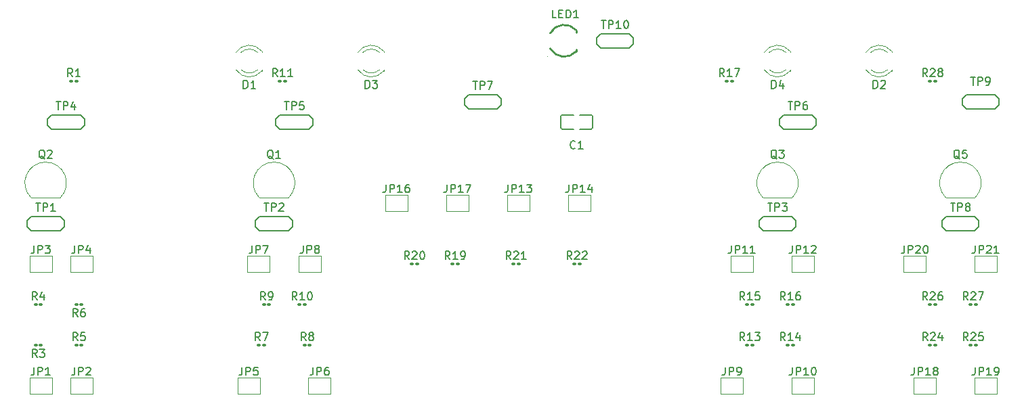
<source format=gbr>
%TF.GenerationSoftware,KiCad,Pcbnew,7.0.10*%
%TF.CreationDate,2024-03-24T23:27:10+02:00*%
%TF.ProjectId,Sensing_Subsystem_Group_8,53656e73-696e-4675-9f53-756273797374,rev?*%
%TF.SameCoordinates,Original*%
%TF.FileFunction,Legend,Top*%
%TF.FilePolarity,Positive*%
%FSLAX46Y46*%
G04 Gerber Fmt 4.6, Leading zero omitted, Abs format (unit mm)*
G04 Created by KiCad (PCBNEW 7.0.10) date 2024-03-24 23:27:10*
%MOMM*%
%LPD*%
G01*
G04 APERTURE LIST*
G04 Aperture macros list*
%AMRoundRect*
0 Rectangle with rounded corners*
0 $1 Rounding radius*
0 $2 $3 $4 $5 $6 $7 $8 $9 X,Y pos of 4 corners*
0 Add a 4 corners polygon primitive as box body*
4,1,4,$2,$3,$4,$5,$6,$7,$8,$9,$2,$3,0*
0 Add four circle primitives for the rounded corners*
1,1,$1+$1,$2,$3*
1,1,$1+$1,$4,$5*
1,1,$1+$1,$6,$7*
1,1,$1+$1,$8,$9*
0 Add four rect primitives between the rounded corners*
20,1,$1+$1,$2,$3,$4,$5,0*
20,1,$1+$1,$4,$5,$6,$7,0*
20,1,$1+$1,$6,$7,$8,$9,0*
20,1,$1+$1,$8,$9,$2,$3,0*%
G04 Aperture macros list end*
%ADD10C,0.150000*%
%ADD11C,0.254001*%
%ADD12C,0.059995*%
%ADD13C,0.152400*%
%ADD14C,0.120000*%
%ADD15C,1.651003*%
%ADD16R,1.410008X1.350013*%
%ADD17C,1.400000*%
%ADD18RoundRect,0.100000X-0.130000X-0.100000X0.130000X-0.100000X0.130000X0.100000X-0.130000X0.100000X0*%
%ADD19R,1.050000X1.500000*%
%ADD20O,1.050000X1.500000*%
%ADD21R,1.000000X1.500000*%
%ADD22R,1.800000X1.800000*%
%ADD23C,1.800000*%
%ADD24RoundRect,0.100000X0.130000X0.100000X-0.130000X0.100000X-0.130000X-0.100000X0.130000X-0.100000X0*%
%ADD25R,1.700000X1.700000*%
%ADD26O,1.700000X1.700000*%
G04 APERTURE END LIST*
D10*
X148855951Y-75871908D02*
X148379761Y-75871908D01*
X148379761Y-75871908D02*
X148379761Y-74871908D01*
X149189285Y-75348098D02*
X149522618Y-75348098D01*
X149665475Y-75871908D02*
X149189285Y-75871908D01*
X149189285Y-75871908D02*
X149189285Y-74871908D01*
X149189285Y-74871908D02*
X149665475Y-74871908D01*
X150094047Y-75871908D02*
X150094047Y-74871908D01*
X150094047Y-74871908D02*
X150332142Y-74871908D01*
X150332142Y-74871908D02*
X150474999Y-74919527D01*
X150474999Y-74919527D02*
X150570237Y-75014765D01*
X150570237Y-75014765D02*
X150617856Y-75110003D01*
X150617856Y-75110003D02*
X150665475Y-75300479D01*
X150665475Y-75300479D02*
X150665475Y-75443336D01*
X150665475Y-75443336D02*
X150617856Y-75633812D01*
X150617856Y-75633812D02*
X150570237Y-75729050D01*
X150570237Y-75729050D02*
X150474999Y-75824289D01*
X150474999Y-75824289D02*
X150332142Y-75871908D01*
X150332142Y-75871908D02*
X150094047Y-75871908D01*
X151617856Y-75871908D02*
X151046428Y-75871908D01*
X151332142Y-75871908D02*
X151332142Y-74871908D01*
X151332142Y-74871908D02*
X151236904Y-75014765D01*
X151236904Y-75014765D02*
X151141666Y-75110003D01*
X151141666Y-75110003D02*
X151046428Y-75157622D01*
X151233333Y-92163187D02*
X151185714Y-92210807D01*
X151185714Y-92210807D02*
X151042857Y-92258426D01*
X151042857Y-92258426D02*
X150947619Y-92258426D01*
X150947619Y-92258426D02*
X150804762Y-92210807D01*
X150804762Y-92210807D02*
X150709524Y-92115568D01*
X150709524Y-92115568D02*
X150661905Y-92020330D01*
X150661905Y-92020330D02*
X150614286Y-91829854D01*
X150614286Y-91829854D02*
X150614286Y-91686997D01*
X150614286Y-91686997D02*
X150661905Y-91496521D01*
X150661905Y-91496521D02*
X150709524Y-91401283D01*
X150709524Y-91401283D02*
X150804762Y-91306045D01*
X150804762Y-91306045D02*
X150947619Y-91258426D01*
X150947619Y-91258426D02*
X151042857Y-91258426D01*
X151042857Y-91258426D02*
X151185714Y-91306045D01*
X151185714Y-91306045D02*
X151233333Y-91353664D01*
X152185714Y-92258426D02*
X151614286Y-92258426D01*
X151900000Y-92258426D02*
X151900000Y-91258426D01*
X151900000Y-91258426D02*
X151804762Y-91401283D01*
X151804762Y-91401283D02*
X151709524Y-91496521D01*
X151709524Y-91496521D02*
X151614286Y-91544140D01*
X154501905Y-76194819D02*
X155073333Y-76194819D01*
X154787619Y-77194819D02*
X154787619Y-76194819D01*
X155406667Y-77194819D02*
X155406667Y-76194819D01*
X155406667Y-76194819D02*
X155787619Y-76194819D01*
X155787619Y-76194819D02*
X155882857Y-76242438D01*
X155882857Y-76242438D02*
X155930476Y-76290057D01*
X155930476Y-76290057D02*
X155978095Y-76385295D01*
X155978095Y-76385295D02*
X155978095Y-76528152D01*
X155978095Y-76528152D02*
X155930476Y-76623390D01*
X155930476Y-76623390D02*
X155882857Y-76671009D01*
X155882857Y-76671009D02*
X155787619Y-76718628D01*
X155787619Y-76718628D02*
X155406667Y-76718628D01*
X156930476Y-77194819D02*
X156359048Y-77194819D01*
X156644762Y-77194819D02*
X156644762Y-76194819D01*
X156644762Y-76194819D02*
X156549524Y-76337676D01*
X156549524Y-76337676D02*
X156454286Y-76432914D01*
X156454286Y-76432914D02*
X156359048Y-76480533D01*
X157549524Y-76194819D02*
X157644762Y-76194819D01*
X157644762Y-76194819D02*
X157740000Y-76242438D01*
X157740000Y-76242438D02*
X157787619Y-76290057D01*
X157787619Y-76290057D02*
X157835238Y-76385295D01*
X157835238Y-76385295D02*
X157882857Y-76575771D01*
X157882857Y-76575771D02*
X157882857Y-76813866D01*
X157882857Y-76813866D02*
X157835238Y-77004342D01*
X157835238Y-77004342D02*
X157787619Y-77099580D01*
X157787619Y-77099580D02*
X157740000Y-77147200D01*
X157740000Y-77147200D02*
X157644762Y-77194819D01*
X157644762Y-77194819D02*
X157549524Y-77194819D01*
X157549524Y-77194819D02*
X157454286Y-77147200D01*
X157454286Y-77147200D02*
X157406667Y-77099580D01*
X157406667Y-77099580D02*
X157359048Y-77004342D01*
X157359048Y-77004342D02*
X157311429Y-76813866D01*
X157311429Y-76813866D02*
X157311429Y-76575771D01*
X157311429Y-76575771D02*
X157359048Y-76385295D01*
X157359048Y-76385295D02*
X157406667Y-76290057D01*
X157406667Y-76290057D02*
X157454286Y-76242438D01*
X157454286Y-76242438D02*
X157549524Y-76194819D01*
X200668095Y-83274819D02*
X201239523Y-83274819D01*
X200953809Y-84274819D02*
X200953809Y-83274819D01*
X201572857Y-84274819D02*
X201572857Y-83274819D01*
X201572857Y-83274819D02*
X201953809Y-83274819D01*
X201953809Y-83274819D02*
X202049047Y-83322438D01*
X202049047Y-83322438D02*
X202096666Y-83370057D01*
X202096666Y-83370057D02*
X202144285Y-83465295D01*
X202144285Y-83465295D02*
X202144285Y-83608152D01*
X202144285Y-83608152D02*
X202096666Y-83703390D01*
X202096666Y-83703390D02*
X202049047Y-83751009D01*
X202049047Y-83751009D02*
X201953809Y-83798628D01*
X201953809Y-83798628D02*
X201572857Y-83798628D01*
X202620476Y-84274819D02*
X202810952Y-84274819D01*
X202810952Y-84274819D02*
X202906190Y-84227200D01*
X202906190Y-84227200D02*
X202953809Y-84179580D01*
X202953809Y-84179580D02*
X203049047Y-84036723D01*
X203049047Y-84036723D02*
X203096666Y-83846247D01*
X203096666Y-83846247D02*
X203096666Y-83465295D01*
X203096666Y-83465295D02*
X203049047Y-83370057D01*
X203049047Y-83370057D02*
X203001428Y-83322438D01*
X203001428Y-83322438D02*
X202906190Y-83274819D01*
X202906190Y-83274819D02*
X202715714Y-83274819D01*
X202715714Y-83274819D02*
X202620476Y-83322438D01*
X202620476Y-83322438D02*
X202572857Y-83370057D01*
X202572857Y-83370057D02*
X202525238Y-83465295D01*
X202525238Y-83465295D02*
X202525238Y-83703390D01*
X202525238Y-83703390D02*
X202572857Y-83798628D01*
X202572857Y-83798628D02*
X202620476Y-83846247D01*
X202620476Y-83846247D02*
X202715714Y-83893866D01*
X202715714Y-83893866D02*
X202906190Y-83893866D01*
X202906190Y-83893866D02*
X203001428Y-83846247D01*
X203001428Y-83846247D02*
X203049047Y-83798628D01*
X203049047Y-83798628D02*
X203096666Y-83703390D01*
X198158095Y-99054819D02*
X198729523Y-99054819D01*
X198443809Y-100054819D02*
X198443809Y-99054819D01*
X199062857Y-100054819D02*
X199062857Y-99054819D01*
X199062857Y-99054819D02*
X199443809Y-99054819D01*
X199443809Y-99054819D02*
X199539047Y-99102438D01*
X199539047Y-99102438D02*
X199586666Y-99150057D01*
X199586666Y-99150057D02*
X199634285Y-99245295D01*
X199634285Y-99245295D02*
X199634285Y-99388152D01*
X199634285Y-99388152D02*
X199586666Y-99483390D01*
X199586666Y-99483390D02*
X199539047Y-99531009D01*
X199539047Y-99531009D02*
X199443809Y-99578628D01*
X199443809Y-99578628D02*
X199062857Y-99578628D01*
X200205714Y-99483390D02*
X200110476Y-99435771D01*
X200110476Y-99435771D02*
X200062857Y-99388152D01*
X200062857Y-99388152D02*
X200015238Y-99292914D01*
X200015238Y-99292914D02*
X200015238Y-99245295D01*
X200015238Y-99245295D02*
X200062857Y-99150057D01*
X200062857Y-99150057D02*
X200110476Y-99102438D01*
X200110476Y-99102438D02*
X200205714Y-99054819D01*
X200205714Y-99054819D02*
X200396190Y-99054819D01*
X200396190Y-99054819D02*
X200491428Y-99102438D01*
X200491428Y-99102438D02*
X200539047Y-99150057D01*
X200539047Y-99150057D02*
X200586666Y-99245295D01*
X200586666Y-99245295D02*
X200586666Y-99292914D01*
X200586666Y-99292914D02*
X200539047Y-99388152D01*
X200539047Y-99388152D02*
X200491428Y-99435771D01*
X200491428Y-99435771D02*
X200396190Y-99483390D01*
X200396190Y-99483390D02*
X200205714Y-99483390D01*
X200205714Y-99483390D02*
X200110476Y-99531009D01*
X200110476Y-99531009D02*
X200062857Y-99578628D01*
X200062857Y-99578628D02*
X200015238Y-99673866D01*
X200015238Y-99673866D02*
X200015238Y-99864342D01*
X200015238Y-99864342D02*
X200062857Y-99959580D01*
X200062857Y-99959580D02*
X200110476Y-100007200D01*
X200110476Y-100007200D02*
X200205714Y-100054819D01*
X200205714Y-100054819D02*
X200396190Y-100054819D01*
X200396190Y-100054819D02*
X200491428Y-100007200D01*
X200491428Y-100007200D02*
X200539047Y-99959580D01*
X200539047Y-99959580D02*
X200586666Y-99864342D01*
X200586666Y-99864342D02*
X200586666Y-99673866D01*
X200586666Y-99673866D02*
X200539047Y-99578628D01*
X200539047Y-99578628D02*
X200491428Y-99531009D01*
X200491428Y-99531009D02*
X200396190Y-99483390D01*
X195257142Y-83224819D02*
X194923809Y-82748628D01*
X194685714Y-83224819D02*
X194685714Y-82224819D01*
X194685714Y-82224819D02*
X195066666Y-82224819D01*
X195066666Y-82224819D02*
X195161904Y-82272438D01*
X195161904Y-82272438D02*
X195209523Y-82320057D01*
X195209523Y-82320057D02*
X195257142Y-82415295D01*
X195257142Y-82415295D02*
X195257142Y-82558152D01*
X195257142Y-82558152D02*
X195209523Y-82653390D01*
X195209523Y-82653390D02*
X195161904Y-82701009D01*
X195161904Y-82701009D02*
X195066666Y-82748628D01*
X195066666Y-82748628D02*
X194685714Y-82748628D01*
X195638095Y-82320057D02*
X195685714Y-82272438D01*
X195685714Y-82272438D02*
X195780952Y-82224819D01*
X195780952Y-82224819D02*
X196019047Y-82224819D01*
X196019047Y-82224819D02*
X196114285Y-82272438D01*
X196114285Y-82272438D02*
X196161904Y-82320057D01*
X196161904Y-82320057D02*
X196209523Y-82415295D01*
X196209523Y-82415295D02*
X196209523Y-82510533D01*
X196209523Y-82510533D02*
X196161904Y-82653390D01*
X196161904Y-82653390D02*
X195590476Y-83224819D01*
X195590476Y-83224819D02*
X196209523Y-83224819D01*
X196780952Y-82653390D02*
X196685714Y-82605771D01*
X196685714Y-82605771D02*
X196638095Y-82558152D01*
X196638095Y-82558152D02*
X196590476Y-82462914D01*
X196590476Y-82462914D02*
X196590476Y-82415295D01*
X196590476Y-82415295D02*
X196638095Y-82320057D01*
X196638095Y-82320057D02*
X196685714Y-82272438D01*
X196685714Y-82272438D02*
X196780952Y-82224819D01*
X196780952Y-82224819D02*
X196971428Y-82224819D01*
X196971428Y-82224819D02*
X197066666Y-82272438D01*
X197066666Y-82272438D02*
X197114285Y-82320057D01*
X197114285Y-82320057D02*
X197161904Y-82415295D01*
X197161904Y-82415295D02*
X197161904Y-82462914D01*
X197161904Y-82462914D02*
X197114285Y-82558152D01*
X197114285Y-82558152D02*
X197066666Y-82605771D01*
X197066666Y-82605771D02*
X196971428Y-82653390D01*
X196971428Y-82653390D02*
X196780952Y-82653390D01*
X196780952Y-82653390D02*
X196685714Y-82701009D01*
X196685714Y-82701009D02*
X196638095Y-82748628D01*
X196638095Y-82748628D02*
X196590476Y-82843866D01*
X196590476Y-82843866D02*
X196590476Y-83034342D01*
X196590476Y-83034342D02*
X196638095Y-83129580D01*
X196638095Y-83129580D02*
X196685714Y-83177200D01*
X196685714Y-83177200D02*
X196780952Y-83224819D01*
X196780952Y-83224819D02*
X196971428Y-83224819D01*
X196971428Y-83224819D02*
X197066666Y-83177200D01*
X197066666Y-83177200D02*
X197114285Y-83129580D01*
X197114285Y-83129580D02*
X197161904Y-83034342D01*
X197161904Y-83034342D02*
X197161904Y-82843866D01*
X197161904Y-82843866D02*
X197114285Y-82748628D01*
X197114285Y-82748628D02*
X197066666Y-82701009D01*
X197066666Y-82701009D02*
X196971428Y-82653390D01*
X200337142Y-111164819D02*
X200003809Y-110688628D01*
X199765714Y-111164819D02*
X199765714Y-110164819D01*
X199765714Y-110164819D02*
X200146666Y-110164819D01*
X200146666Y-110164819D02*
X200241904Y-110212438D01*
X200241904Y-110212438D02*
X200289523Y-110260057D01*
X200289523Y-110260057D02*
X200337142Y-110355295D01*
X200337142Y-110355295D02*
X200337142Y-110498152D01*
X200337142Y-110498152D02*
X200289523Y-110593390D01*
X200289523Y-110593390D02*
X200241904Y-110641009D01*
X200241904Y-110641009D02*
X200146666Y-110688628D01*
X200146666Y-110688628D02*
X199765714Y-110688628D01*
X200718095Y-110260057D02*
X200765714Y-110212438D01*
X200765714Y-110212438D02*
X200860952Y-110164819D01*
X200860952Y-110164819D02*
X201099047Y-110164819D01*
X201099047Y-110164819D02*
X201194285Y-110212438D01*
X201194285Y-110212438D02*
X201241904Y-110260057D01*
X201241904Y-110260057D02*
X201289523Y-110355295D01*
X201289523Y-110355295D02*
X201289523Y-110450533D01*
X201289523Y-110450533D02*
X201241904Y-110593390D01*
X201241904Y-110593390D02*
X200670476Y-111164819D01*
X200670476Y-111164819D02*
X201289523Y-111164819D01*
X201622857Y-110164819D02*
X202289523Y-110164819D01*
X202289523Y-110164819D02*
X201860952Y-111164819D01*
X195257142Y-111164819D02*
X194923809Y-110688628D01*
X194685714Y-111164819D02*
X194685714Y-110164819D01*
X194685714Y-110164819D02*
X195066666Y-110164819D01*
X195066666Y-110164819D02*
X195161904Y-110212438D01*
X195161904Y-110212438D02*
X195209523Y-110260057D01*
X195209523Y-110260057D02*
X195257142Y-110355295D01*
X195257142Y-110355295D02*
X195257142Y-110498152D01*
X195257142Y-110498152D02*
X195209523Y-110593390D01*
X195209523Y-110593390D02*
X195161904Y-110641009D01*
X195161904Y-110641009D02*
X195066666Y-110688628D01*
X195066666Y-110688628D02*
X194685714Y-110688628D01*
X195638095Y-110260057D02*
X195685714Y-110212438D01*
X195685714Y-110212438D02*
X195780952Y-110164819D01*
X195780952Y-110164819D02*
X196019047Y-110164819D01*
X196019047Y-110164819D02*
X196114285Y-110212438D01*
X196114285Y-110212438D02*
X196161904Y-110260057D01*
X196161904Y-110260057D02*
X196209523Y-110355295D01*
X196209523Y-110355295D02*
X196209523Y-110450533D01*
X196209523Y-110450533D02*
X196161904Y-110593390D01*
X196161904Y-110593390D02*
X195590476Y-111164819D01*
X195590476Y-111164819D02*
X196209523Y-111164819D01*
X197066666Y-110164819D02*
X196876190Y-110164819D01*
X196876190Y-110164819D02*
X196780952Y-110212438D01*
X196780952Y-110212438D02*
X196733333Y-110260057D01*
X196733333Y-110260057D02*
X196638095Y-110402914D01*
X196638095Y-110402914D02*
X196590476Y-110593390D01*
X196590476Y-110593390D02*
X196590476Y-110974342D01*
X196590476Y-110974342D02*
X196638095Y-111069580D01*
X196638095Y-111069580D02*
X196685714Y-111117200D01*
X196685714Y-111117200D02*
X196780952Y-111164819D01*
X196780952Y-111164819D02*
X196971428Y-111164819D01*
X196971428Y-111164819D02*
X197066666Y-111117200D01*
X197066666Y-111117200D02*
X197114285Y-111069580D01*
X197114285Y-111069580D02*
X197161904Y-110974342D01*
X197161904Y-110974342D02*
X197161904Y-110736247D01*
X197161904Y-110736247D02*
X197114285Y-110641009D01*
X197114285Y-110641009D02*
X197066666Y-110593390D01*
X197066666Y-110593390D02*
X196971428Y-110545771D01*
X196971428Y-110545771D02*
X196780952Y-110545771D01*
X196780952Y-110545771D02*
X196685714Y-110593390D01*
X196685714Y-110593390D02*
X196638095Y-110641009D01*
X196638095Y-110641009D02*
X196590476Y-110736247D01*
X200337142Y-116244819D02*
X200003809Y-115768628D01*
X199765714Y-116244819D02*
X199765714Y-115244819D01*
X199765714Y-115244819D02*
X200146666Y-115244819D01*
X200146666Y-115244819D02*
X200241904Y-115292438D01*
X200241904Y-115292438D02*
X200289523Y-115340057D01*
X200289523Y-115340057D02*
X200337142Y-115435295D01*
X200337142Y-115435295D02*
X200337142Y-115578152D01*
X200337142Y-115578152D02*
X200289523Y-115673390D01*
X200289523Y-115673390D02*
X200241904Y-115721009D01*
X200241904Y-115721009D02*
X200146666Y-115768628D01*
X200146666Y-115768628D02*
X199765714Y-115768628D01*
X200718095Y-115340057D02*
X200765714Y-115292438D01*
X200765714Y-115292438D02*
X200860952Y-115244819D01*
X200860952Y-115244819D02*
X201099047Y-115244819D01*
X201099047Y-115244819D02*
X201194285Y-115292438D01*
X201194285Y-115292438D02*
X201241904Y-115340057D01*
X201241904Y-115340057D02*
X201289523Y-115435295D01*
X201289523Y-115435295D02*
X201289523Y-115530533D01*
X201289523Y-115530533D02*
X201241904Y-115673390D01*
X201241904Y-115673390D02*
X200670476Y-116244819D01*
X200670476Y-116244819D02*
X201289523Y-116244819D01*
X202194285Y-115244819D02*
X201718095Y-115244819D01*
X201718095Y-115244819D02*
X201670476Y-115721009D01*
X201670476Y-115721009D02*
X201718095Y-115673390D01*
X201718095Y-115673390D02*
X201813333Y-115625771D01*
X201813333Y-115625771D02*
X202051428Y-115625771D01*
X202051428Y-115625771D02*
X202146666Y-115673390D01*
X202146666Y-115673390D02*
X202194285Y-115721009D01*
X202194285Y-115721009D02*
X202241904Y-115816247D01*
X202241904Y-115816247D02*
X202241904Y-116054342D01*
X202241904Y-116054342D02*
X202194285Y-116149580D01*
X202194285Y-116149580D02*
X202146666Y-116197200D01*
X202146666Y-116197200D02*
X202051428Y-116244819D01*
X202051428Y-116244819D02*
X201813333Y-116244819D01*
X201813333Y-116244819D02*
X201718095Y-116197200D01*
X201718095Y-116197200D02*
X201670476Y-116149580D01*
X195282142Y-116244819D02*
X194948809Y-115768628D01*
X194710714Y-116244819D02*
X194710714Y-115244819D01*
X194710714Y-115244819D02*
X195091666Y-115244819D01*
X195091666Y-115244819D02*
X195186904Y-115292438D01*
X195186904Y-115292438D02*
X195234523Y-115340057D01*
X195234523Y-115340057D02*
X195282142Y-115435295D01*
X195282142Y-115435295D02*
X195282142Y-115578152D01*
X195282142Y-115578152D02*
X195234523Y-115673390D01*
X195234523Y-115673390D02*
X195186904Y-115721009D01*
X195186904Y-115721009D02*
X195091666Y-115768628D01*
X195091666Y-115768628D02*
X194710714Y-115768628D01*
X195663095Y-115340057D02*
X195710714Y-115292438D01*
X195710714Y-115292438D02*
X195805952Y-115244819D01*
X195805952Y-115244819D02*
X196044047Y-115244819D01*
X196044047Y-115244819D02*
X196139285Y-115292438D01*
X196139285Y-115292438D02*
X196186904Y-115340057D01*
X196186904Y-115340057D02*
X196234523Y-115435295D01*
X196234523Y-115435295D02*
X196234523Y-115530533D01*
X196234523Y-115530533D02*
X196186904Y-115673390D01*
X196186904Y-115673390D02*
X195615476Y-116244819D01*
X195615476Y-116244819D02*
X196234523Y-116244819D01*
X197091666Y-115578152D02*
X197091666Y-116244819D01*
X196853571Y-115197200D02*
X196615476Y-115911485D01*
X196615476Y-115911485D02*
X197234523Y-115911485D01*
X199294761Y-93510057D02*
X199199523Y-93462438D01*
X199199523Y-93462438D02*
X199104285Y-93367200D01*
X199104285Y-93367200D02*
X198961428Y-93224342D01*
X198961428Y-93224342D02*
X198866190Y-93176723D01*
X198866190Y-93176723D02*
X198770952Y-93176723D01*
X198818571Y-93414819D02*
X198723333Y-93367200D01*
X198723333Y-93367200D02*
X198628095Y-93271961D01*
X198628095Y-93271961D02*
X198580476Y-93081485D01*
X198580476Y-93081485D02*
X198580476Y-92748152D01*
X198580476Y-92748152D02*
X198628095Y-92557676D01*
X198628095Y-92557676D02*
X198723333Y-92462438D01*
X198723333Y-92462438D02*
X198818571Y-92414819D01*
X198818571Y-92414819D02*
X199009047Y-92414819D01*
X199009047Y-92414819D02*
X199104285Y-92462438D01*
X199104285Y-92462438D02*
X199199523Y-92557676D01*
X199199523Y-92557676D02*
X199247142Y-92748152D01*
X199247142Y-92748152D02*
X199247142Y-93081485D01*
X199247142Y-93081485D02*
X199199523Y-93271961D01*
X199199523Y-93271961D02*
X199104285Y-93367200D01*
X199104285Y-93367200D02*
X199009047Y-93414819D01*
X199009047Y-93414819D02*
X198818571Y-93414819D01*
X200151904Y-92414819D02*
X199675714Y-92414819D01*
X199675714Y-92414819D02*
X199628095Y-92891009D01*
X199628095Y-92891009D02*
X199675714Y-92843390D01*
X199675714Y-92843390D02*
X199770952Y-92795771D01*
X199770952Y-92795771D02*
X200009047Y-92795771D01*
X200009047Y-92795771D02*
X200104285Y-92843390D01*
X200104285Y-92843390D02*
X200151904Y-92891009D01*
X200151904Y-92891009D02*
X200199523Y-92986247D01*
X200199523Y-92986247D02*
X200199523Y-93224342D01*
X200199523Y-93224342D02*
X200151904Y-93319580D01*
X200151904Y-93319580D02*
X200104285Y-93367200D01*
X200104285Y-93367200D02*
X200009047Y-93414819D01*
X200009047Y-93414819D02*
X199770952Y-93414819D01*
X199770952Y-93414819D02*
X199675714Y-93367200D01*
X199675714Y-93367200D02*
X199628095Y-93319580D01*
X201240476Y-104334819D02*
X201240476Y-105049104D01*
X201240476Y-105049104D02*
X201192857Y-105191961D01*
X201192857Y-105191961D02*
X201097619Y-105287200D01*
X201097619Y-105287200D02*
X200954762Y-105334819D01*
X200954762Y-105334819D02*
X200859524Y-105334819D01*
X201716667Y-105334819D02*
X201716667Y-104334819D01*
X201716667Y-104334819D02*
X202097619Y-104334819D01*
X202097619Y-104334819D02*
X202192857Y-104382438D01*
X202192857Y-104382438D02*
X202240476Y-104430057D01*
X202240476Y-104430057D02*
X202288095Y-104525295D01*
X202288095Y-104525295D02*
X202288095Y-104668152D01*
X202288095Y-104668152D02*
X202240476Y-104763390D01*
X202240476Y-104763390D02*
X202192857Y-104811009D01*
X202192857Y-104811009D02*
X202097619Y-104858628D01*
X202097619Y-104858628D02*
X201716667Y-104858628D01*
X202669048Y-104430057D02*
X202716667Y-104382438D01*
X202716667Y-104382438D02*
X202811905Y-104334819D01*
X202811905Y-104334819D02*
X203050000Y-104334819D01*
X203050000Y-104334819D02*
X203145238Y-104382438D01*
X203145238Y-104382438D02*
X203192857Y-104430057D01*
X203192857Y-104430057D02*
X203240476Y-104525295D01*
X203240476Y-104525295D02*
X203240476Y-104620533D01*
X203240476Y-104620533D02*
X203192857Y-104763390D01*
X203192857Y-104763390D02*
X202621429Y-105334819D01*
X202621429Y-105334819D02*
X203240476Y-105334819D01*
X204192857Y-105334819D02*
X203621429Y-105334819D01*
X203907143Y-105334819D02*
X203907143Y-104334819D01*
X203907143Y-104334819D02*
X203811905Y-104477676D01*
X203811905Y-104477676D02*
X203716667Y-104572914D01*
X203716667Y-104572914D02*
X203621429Y-104620533D01*
X192380476Y-104334819D02*
X192380476Y-105049104D01*
X192380476Y-105049104D02*
X192332857Y-105191961D01*
X192332857Y-105191961D02*
X192237619Y-105287200D01*
X192237619Y-105287200D02*
X192094762Y-105334819D01*
X192094762Y-105334819D02*
X191999524Y-105334819D01*
X192856667Y-105334819D02*
X192856667Y-104334819D01*
X192856667Y-104334819D02*
X193237619Y-104334819D01*
X193237619Y-104334819D02*
X193332857Y-104382438D01*
X193332857Y-104382438D02*
X193380476Y-104430057D01*
X193380476Y-104430057D02*
X193428095Y-104525295D01*
X193428095Y-104525295D02*
X193428095Y-104668152D01*
X193428095Y-104668152D02*
X193380476Y-104763390D01*
X193380476Y-104763390D02*
X193332857Y-104811009D01*
X193332857Y-104811009D02*
X193237619Y-104858628D01*
X193237619Y-104858628D02*
X192856667Y-104858628D01*
X193809048Y-104430057D02*
X193856667Y-104382438D01*
X193856667Y-104382438D02*
X193951905Y-104334819D01*
X193951905Y-104334819D02*
X194190000Y-104334819D01*
X194190000Y-104334819D02*
X194285238Y-104382438D01*
X194285238Y-104382438D02*
X194332857Y-104430057D01*
X194332857Y-104430057D02*
X194380476Y-104525295D01*
X194380476Y-104525295D02*
X194380476Y-104620533D01*
X194380476Y-104620533D02*
X194332857Y-104763390D01*
X194332857Y-104763390D02*
X193761429Y-105334819D01*
X193761429Y-105334819D02*
X194380476Y-105334819D01*
X194999524Y-104334819D02*
X195094762Y-104334819D01*
X195094762Y-104334819D02*
X195190000Y-104382438D01*
X195190000Y-104382438D02*
X195237619Y-104430057D01*
X195237619Y-104430057D02*
X195285238Y-104525295D01*
X195285238Y-104525295D02*
X195332857Y-104715771D01*
X195332857Y-104715771D02*
X195332857Y-104953866D01*
X195332857Y-104953866D02*
X195285238Y-105144342D01*
X195285238Y-105144342D02*
X195237619Y-105239580D01*
X195237619Y-105239580D02*
X195190000Y-105287200D01*
X195190000Y-105287200D02*
X195094762Y-105334819D01*
X195094762Y-105334819D02*
X194999524Y-105334819D01*
X194999524Y-105334819D02*
X194904286Y-105287200D01*
X194904286Y-105287200D02*
X194856667Y-105239580D01*
X194856667Y-105239580D02*
X194809048Y-105144342D01*
X194809048Y-105144342D02*
X194761429Y-104953866D01*
X194761429Y-104953866D02*
X194761429Y-104715771D01*
X194761429Y-104715771D02*
X194809048Y-104525295D01*
X194809048Y-104525295D02*
X194856667Y-104430057D01*
X194856667Y-104430057D02*
X194904286Y-104382438D01*
X194904286Y-104382438D02*
X194999524Y-104334819D01*
X201240476Y-119574819D02*
X201240476Y-120289104D01*
X201240476Y-120289104D02*
X201192857Y-120431961D01*
X201192857Y-120431961D02*
X201097619Y-120527200D01*
X201097619Y-120527200D02*
X200954762Y-120574819D01*
X200954762Y-120574819D02*
X200859524Y-120574819D01*
X201716667Y-120574819D02*
X201716667Y-119574819D01*
X201716667Y-119574819D02*
X202097619Y-119574819D01*
X202097619Y-119574819D02*
X202192857Y-119622438D01*
X202192857Y-119622438D02*
X202240476Y-119670057D01*
X202240476Y-119670057D02*
X202288095Y-119765295D01*
X202288095Y-119765295D02*
X202288095Y-119908152D01*
X202288095Y-119908152D02*
X202240476Y-120003390D01*
X202240476Y-120003390D02*
X202192857Y-120051009D01*
X202192857Y-120051009D02*
X202097619Y-120098628D01*
X202097619Y-120098628D02*
X201716667Y-120098628D01*
X203240476Y-120574819D02*
X202669048Y-120574819D01*
X202954762Y-120574819D02*
X202954762Y-119574819D01*
X202954762Y-119574819D02*
X202859524Y-119717676D01*
X202859524Y-119717676D02*
X202764286Y-119812914D01*
X202764286Y-119812914D02*
X202669048Y-119860533D01*
X203716667Y-120574819D02*
X203907143Y-120574819D01*
X203907143Y-120574819D02*
X204002381Y-120527200D01*
X204002381Y-120527200D02*
X204050000Y-120479580D01*
X204050000Y-120479580D02*
X204145238Y-120336723D01*
X204145238Y-120336723D02*
X204192857Y-120146247D01*
X204192857Y-120146247D02*
X204192857Y-119765295D01*
X204192857Y-119765295D02*
X204145238Y-119670057D01*
X204145238Y-119670057D02*
X204097619Y-119622438D01*
X204097619Y-119622438D02*
X204002381Y-119574819D01*
X204002381Y-119574819D02*
X203811905Y-119574819D01*
X203811905Y-119574819D02*
X203716667Y-119622438D01*
X203716667Y-119622438D02*
X203669048Y-119670057D01*
X203669048Y-119670057D02*
X203621429Y-119765295D01*
X203621429Y-119765295D02*
X203621429Y-120003390D01*
X203621429Y-120003390D02*
X203669048Y-120098628D01*
X203669048Y-120098628D02*
X203716667Y-120146247D01*
X203716667Y-120146247D02*
X203811905Y-120193866D01*
X203811905Y-120193866D02*
X204002381Y-120193866D01*
X204002381Y-120193866D02*
X204097619Y-120146247D01*
X204097619Y-120146247D02*
X204145238Y-120098628D01*
X204145238Y-120098628D02*
X204192857Y-120003390D01*
X193620476Y-119574819D02*
X193620476Y-120289104D01*
X193620476Y-120289104D02*
X193572857Y-120431961D01*
X193572857Y-120431961D02*
X193477619Y-120527200D01*
X193477619Y-120527200D02*
X193334762Y-120574819D01*
X193334762Y-120574819D02*
X193239524Y-120574819D01*
X194096667Y-120574819D02*
X194096667Y-119574819D01*
X194096667Y-119574819D02*
X194477619Y-119574819D01*
X194477619Y-119574819D02*
X194572857Y-119622438D01*
X194572857Y-119622438D02*
X194620476Y-119670057D01*
X194620476Y-119670057D02*
X194668095Y-119765295D01*
X194668095Y-119765295D02*
X194668095Y-119908152D01*
X194668095Y-119908152D02*
X194620476Y-120003390D01*
X194620476Y-120003390D02*
X194572857Y-120051009D01*
X194572857Y-120051009D02*
X194477619Y-120098628D01*
X194477619Y-120098628D02*
X194096667Y-120098628D01*
X195620476Y-120574819D02*
X195049048Y-120574819D01*
X195334762Y-120574819D02*
X195334762Y-119574819D01*
X195334762Y-119574819D02*
X195239524Y-119717676D01*
X195239524Y-119717676D02*
X195144286Y-119812914D01*
X195144286Y-119812914D02*
X195049048Y-119860533D01*
X196191905Y-120003390D02*
X196096667Y-119955771D01*
X196096667Y-119955771D02*
X196049048Y-119908152D01*
X196049048Y-119908152D02*
X196001429Y-119812914D01*
X196001429Y-119812914D02*
X196001429Y-119765295D01*
X196001429Y-119765295D02*
X196049048Y-119670057D01*
X196049048Y-119670057D02*
X196096667Y-119622438D01*
X196096667Y-119622438D02*
X196191905Y-119574819D01*
X196191905Y-119574819D02*
X196382381Y-119574819D01*
X196382381Y-119574819D02*
X196477619Y-119622438D01*
X196477619Y-119622438D02*
X196525238Y-119670057D01*
X196525238Y-119670057D02*
X196572857Y-119765295D01*
X196572857Y-119765295D02*
X196572857Y-119812914D01*
X196572857Y-119812914D02*
X196525238Y-119908152D01*
X196525238Y-119908152D02*
X196477619Y-119955771D01*
X196477619Y-119955771D02*
X196382381Y-120003390D01*
X196382381Y-120003390D02*
X196191905Y-120003390D01*
X196191905Y-120003390D02*
X196096667Y-120051009D01*
X196096667Y-120051009D02*
X196049048Y-120098628D01*
X196049048Y-120098628D02*
X196001429Y-120193866D01*
X196001429Y-120193866D02*
X196001429Y-120384342D01*
X196001429Y-120384342D02*
X196049048Y-120479580D01*
X196049048Y-120479580D02*
X196096667Y-120527200D01*
X196096667Y-120527200D02*
X196191905Y-120574819D01*
X196191905Y-120574819D02*
X196382381Y-120574819D01*
X196382381Y-120574819D02*
X196477619Y-120527200D01*
X196477619Y-120527200D02*
X196525238Y-120479580D01*
X196525238Y-120479580D02*
X196572857Y-120384342D01*
X196572857Y-120384342D02*
X196572857Y-120193866D01*
X196572857Y-120193866D02*
X196525238Y-120098628D01*
X196525238Y-120098628D02*
X196477619Y-120051009D01*
X196477619Y-120051009D02*
X196382381Y-120003390D01*
X188491905Y-84694819D02*
X188491905Y-83694819D01*
X188491905Y-83694819D02*
X188730000Y-83694819D01*
X188730000Y-83694819D02*
X188872857Y-83742438D01*
X188872857Y-83742438D02*
X188968095Y-83837676D01*
X188968095Y-83837676D02*
X189015714Y-83932914D01*
X189015714Y-83932914D02*
X189063333Y-84123390D01*
X189063333Y-84123390D02*
X189063333Y-84266247D01*
X189063333Y-84266247D02*
X189015714Y-84456723D01*
X189015714Y-84456723D02*
X188968095Y-84551961D01*
X188968095Y-84551961D02*
X188872857Y-84647200D01*
X188872857Y-84647200D02*
X188730000Y-84694819D01*
X188730000Y-84694819D02*
X188491905Y-84694819D01*
X189444286Y-83790057D02*
X189491905Y-83742438D01*
X189491905Y-83742438D02*
X189587143Y-83694819D01*
X189587143Y-83694819D02*
X189825238Y-83694819D01*
X189825238Y-83694819D02*
X189920476Y-83742438D01*
X189920476Y-83742438D02*
X189968095Y-83790057D01*
X189968095Y-83790057D02*
X190015714Y-83885295D01*
X190015714Y-83885295D02*
X190015714Y-83980533D01*
X190015714Y-83980533D02*
X189968095Y-84123390D01*
X189968095Y-84123390D02*
X189396667Y-84694819D01*
X189396667Y-84694819D02*
X190015714Y-84694819D01*
X138438095Y-83814819D02*
X139009523Y-83814819D01*
X138723809Y-84814819D02*
X138723809Y-83814819D01*
X139342857Y-84814819D02*
X139342857Y-83814819D01*
X139342857Y-83814819D02*
X139723809Y-83814819D01*
X139723809Y-83814819D02*
X139819047Y-83862438D01*
X139819047Y-83862438D02*
X139866666Y-83910057D01*
X139866666Y-83910057D02*
X139914285Y-84005295D01*
X139914285Y-84005295D02*
X139914285Y-84148152D01*
X139914285Y-84148152D02*
X139866666Y-84243390D01*
X139866666Y-84243390D02*
X139819047Y-84291009D01*
X139819047Y-84291009D02*
X139723809Y-84338628D01*
X139723809Y-84338628D02*
X139342857Y-84338628D01*
X140247619Y-83814819D02*
X140914285Y-83814819D01*
X140914285Y-83814819D02*
X140485714Y-84814819D01*
X177838095Y-86354819D02*
X178409523Y-86354819D01*
X178123809Y-87354819D02*
X178123809Y-86354819D01*
X178742857Y-87354819D02*
X178742857Y-86354819D01*
X178742857Y-86354819D02*
X179123809Y-86354819D01*
X179123809Y-86354819D02*
X179219047Y-86402438D01*
X179219047Y-86402438D02*
X179266666Y-86450057D01*
X179266666Y-86450057D02*
X179314285Y-86545295D01*
X179314285Y-86545295D02*
X179314285Y-86688152D01*
X179314285Y-86688152D02*
X179266666Y-86783390D01*
X179266666Y-86783390D02*
X179219047Y-86831009D01*
X179219047Y-86831009D02*
X179123809Y-86878628D01*
X179123809Y-86878628D02*
X178742857Y-86878628D01*
X180171428Y-86354819D02*
X179980952Y-86354819D01*
X179980952Y-86354819D02*
X179885714Y-86402438D01*
X179885714Y-86402438D02*
X179838095Y-86450057D01*
X179838095Y-86450057D02*
X179742857Y-86592914D01*
X179742857Y-86592914D02*
X179695238Y-86783390D01*
X179695238Y-86783390D02*
X179695238Y-87164342D01*
X179695238Y-87164342D02*
X179742857Y-87259580D01*
X179742857Y-87259580D02*
X179790476Y-87307200D01*
X179790476Y-87307200D02*
X179885714Y-87354819D01*
X179885714Y-87354819D02*
X180076190Y-87354819D01*
X180076190Y-87354819D02*
X180171428Y-87307200D01*
X180171428Y-87307200D02*
X180219047Y-87259580D01*
X180219047Y-87259580D02*
X180266666Y-87164342D01*
X180266666Y-87164342D02*
X180266666Y-86926247D01*
X180266666Y-86926247D02*
X180219047Y-86831009D01*
X180219047Y-86831009D02*
X180171428Y-86783390D01*
X180171428Y-86783390D02*
X180076190Y-86735771D01*
X180076190Y-86735771D02*
X179885714Y-86735771D01*
X179885714Y-86735771D02*
X179790476Y-86783390D01*
X179790476Y-86783390D02*
X179742857Y-86831009D01*
X179742857Y-86831009D02*
X179695238Y-86926247D01*
X114888095Y-86354819D02*
X115459523Y-86354819D01*
X115173809Y-87354819D02*
X115173809Y-86354819D01*
X115792857Y-87354819D02*
X115792857Y-86354819D01*
X115792857Y-86354819D02*
X116173809Y-86354819D01*
X116173809Y-86354819D02*
X116269047Y-86402438D01*
X116269047Y-86402438D02*
X116316666Y-86450057D01*
X116316666Y-86450057D02*
X116364285Y-86545295D01*
X116364285Y-86545295D02*
X116364285Y-86688152D01*
X116364285Y-86688152D02*
X116316666Y-86783390D01*
X116316666Y-86783390D02*
X116269047Y-86831009D01*
X116269047Y-86831009D02*
X116173809Y-86878628D01*
X116173809Y-86878628D02*
X115792857Y-86878628D01*
X117269047Y-86354819D02*
X116792857Y-86354819D01*
X116792857Y-86354819D02*
X116745238Y-86831009D01*
X116745238Y-86831009D02*
X116792857Y-86783390D01*
X116792857Y-86783390D02*
X116888095Y-86735771D01*
X116888095Y-86735771D02*
X117126190Y-86735771D01*
X117126190Y-86735771D02*
X117221428Y-86783390D01*
X117221428Y-86783390D02*
X117269047Y-86831009D01*
X117269047Y-86831009D02*
X117316666Y-86926247D01*
X117316666Y-86926247D02*
X117316666Y-87164342D01*
X117316666Y-87164342D02*
X117269047Y-87259580D01*
X117269047Y-87259580D02*
X117221428Y-87307200D01*
X117221428Y-87307200D02*
X117126190Y-87354819D01*
X117126190Y-87354819D02*
X116888095Y-87354819D01*
X116888095Y-87354819D02*
X116792857Y-87307200D01*
X116792857Y-87307200D02*
X116745238Y-87259580D01*
X86338095Y-86354819D02*
X86909523Y-86354819D01*
X86623809Y-87354819D02*
X86623809Y-86354819D01*
X87242857Y-87354819D02*
X87242857Y-86354819D01*
X87242857Y-86354819D02*
X87623809Y-86354819D01*
X87623809Y-86354819D02*
X87719047Y-86402438D01*
X87719047Y-86402438D02*
X87766666Y-86450057D01*
X87766666Y-86450057D02*
X87814285Y-86545295D01*
X87814285Y-86545295D02*
X87814285Y-86688152D01*
X87814285Y-86688152D02*
X87766666Y-86783390D01*
X87766666Y-86783390D02*
X87719047Y-86831009D01*
X87719047Y-86831009D02*
X87623809Y-86878628D01*
X87623809Y-86878628D02*
X87242857Y-86878628D01*
X88671428Y-86688152D02*
X88671428Y-87354819D01*
X88433333Y-86307200D02*
X88195238Y-87021485D01*
X88195238Y-87021485D02*
X88814285Y-87021485D01*
X175298095Y-99054819D02*
X175869523Y-99054819D01*
X175583809Y-100054819D02*
X175583809Y-99054819D01*
X176202857Y-100054819D02*
X176202857Y-99054819D01*
X176202857Y-99054819D02*
X176583809Y-99054819D01*
X176583809Y-99054819D02*
X176679047Y-99102438D01*
X176679047Y-99102438D02*
X176726666Y-99150057D01*
X176726666Y-99150057D02*
X176774285Y-99245295D01*
X176774285Y-99245295D02*
X176774285Y-99388152D01*
X176774285Y-99388152D02*
X176726666Y-99483390D01*
X176726666Y-99483390D02*
X176679047Y-99531009D01*
X176679047Y-99531009D02*
X176583809Y-99578628D01*
X176583809Y-99578628D02*
X176202857Y-99578628D01*
X177107619Y-99054819D02*
X177726666Y-99054819D01*
X177726666Y-99054819D02*
X177393333Y-99435771D01*
X177393333Y-99435771D02*
X177536190Y-99435771D01*
X177536190Y-99435771D02*
X177631428Y-99483390D01*
X177631428Y-99483390D02*
X177679047Y-99531009D01*
X177679047Y-99531009D02*
X177726666Y-99626247D01*
X177726666Y-99626247D02*
X177726666Y-99864342D01*
X177726666Y-99864342D02*
X177679047Y-99959580D01*
X177679047Y-99959580D02*
X177631428Y-100007200D01*
X177631428Y-100007200D02*
X177536190Y-100054819D01*
X177536190Y-100054819D02*
X177250476Y-100054819D01*
X177250476Y-100054819D02*
X177155238Y-100007200D01*
X177155238Y-100007200D02*
X177107619Y-99959580D01*
X112348095Y-99054819D02*
X112919523Y-99054819D01*
X112633809Y-100054819D02*
X112633809Y-99054819D01*
X113252857Y-100054819D02*
X113252857Y-99054819D01*
X113252857Y-99054819D02*
X113633809Y-99054819D01*
X113633809Y-99054819D02*
X113729047Y-99102438D01*
X113729047Y-99102438D02*
X113776666Y-99150057D01*
X113776666Y-99150057D02*
X113824285Y-99245295D01*
X113824285Y-99245295D02*
X113824285Y-99388152D01*
X113824285Y-99388152D02*
X113776666Y-99483390D01*
X113776666Y-99483390D02*
X113729047Y-99531009D01*
X113729047Y-99531009D02*
X113633809Y-99578628D01*
X113633809Y-99578628D02*
X113252857Y-99578628D01*
X114205238Y-99150057D02*
X114252857Y-99102438D01*
X114252857Y-99102438D02*
X114348095Y-99054819D01*
X114348095Y-99054819D02*
X114586190Y-99054819D01*
X114586190Y-99054819D02*
X114681428Y-99102438D01*
X114681428Y-99102438D02*
X114729047Y-99150057D01*
X114729047Y-99150057D02*
X114776666Y-99245295D01*
X114776666Y-99245295D02*
X114776666Y-99340533D01*
X114776666Y-99340533D02*
X114729047Y-99483390D01*
X114729047Y-99483390D02*
X114157619Y-100054819D01*
X114157619Y-100054819D02*
X114776666Y-100054819D01*
X83798095Y-99054819D02*
X84369523Y-99054819D01*
X84083809Y-100054819D02*
X84083809Y-99054819D01*
X84702857Y-100054819D02*
X84702857Y-99054819D01*
X84702857Y-99054819D02*
X85083809Y-99054819D01*
X85083809Y-99054819D02*
X85179047Y-99102438D01*
X85179047Y-99102438D02*
X85226666Y-99150057D01*
X85226666Y-99150057D02*
X85274285Y-99245295D01*
X85274285Y-99245295D02*
X85274285Y-99388152D01*
X85274285Y-99388152D02*
X85226666Y-99483390D01*
X85226666Y-99483390D02*
X85179047Y-99531009D01*
X85179047Y-99531009D02*
X85083809Y-99578628D01*
X85083809Y-99578628D02*
X84702857Y-99578628D01*
X86226666Y-100054819D02*
X85655238Y-100054819D01*
X85940952Y-100054819D02*
X85940952Y-99054819D01*
X85940952Y-99054819D02*
X85845714Y-99197676D01*
X85845714Y-99197676D02*
X85750476Y-99292914D01*
X85750476Y-99292914D02*
X85655238Y-99340533D01*
X150802142Y-106084819D02*
X150468809Y-105608628D01*
X150230714Y-106084819D02*
X150230714Y-105084819D01*
X150230714Y-105084819D02*
X150611666Y-105084819D01*
X150611666Y-105084819D02*
X150706904Y-105132438D01*
X150706904Y-105132438D02*
X150754523Y-105180057D01*
X150754523Y-105180057D02*
X150802142Y-105275295D01*
X150802142Y-105275295D02*
X150802142Y-105418152D01*
X150802142Y-105418152D02*
X150754523Y-105513390D01*
X150754523Y-105513390D02*
X150706904Y-105561009D01*
X150706904Y-105561009D02*
X150611666Y-105608628D01*
X150611666Y-105608628D02*
X150230714Y-105608628D01*
X151183095Y-105180057D02*
X151230714Y-105132438D01*
X151230714Y-105132438D02*
X151325952Y-105084819D01*
X151325952Y-105084819D02*
X151564047Y-105084819D01*
X151564047Y-105084819D02*
X151659285Y-105132438D01*
X151659285Y-105132438D02*
X151706904Y-105180057D01*
X151706904Y-105180057D02*
X151754523Y-105275295D01*
X151754523Y-105275295D02*
X151754523Y-105370533D01*
X151754523Y-105370533D02*
X151706904Y-105513390D01*
X151706904Y-105513390D02*
X151135476Y-106084819D01*
X151135476Y-106084819D02*
X151754523Y-106084819D01*
X152135476Y-105180057D02*
X152183095Y-105132438D01*
X152183095Y-105132438D02*
X152278333Y-105084819D01*
X152278333Y-105084819D02*
X152516428Y-105084819D01*
X152516428Y-105084819D02*
X152611666Y-105132438D01*
X152611666Y-105132438D02*
X152659285Y-105180057D01*
X152659285Y-105180057D02*
X152706904Y-105275295D01*
X152706904Y-105275295D02*
X152706904Y-105370533D01*
X152706904Y-105370533D02*
X152659285Y-105513390D01*
X152659285Y-105513390D02*
X152087857Y-106084819D01*
X152087857Y-106084819D02*
X152706904Y-106084819D01*
X143182142Y-106084819D02*
X142848809Y-105608628D01*
X142610714Y-106084819D02*
X142610714Y-105084819D01*
X142610714Y-105084819D02*
X142991666Y-105084819D01*
X142991666Y-105084819D02*
X143086904Y-105132438D01*
X143086904Y-105132438D02*
X143134523Y-105180057D01*
X143134523Y-105180057D02*
X143182142Y-105275295D01*
X143182142Y-105275295D02*
X143182142Y-105418152D01*
X143182142Y-105418152D02*
X143134523Y-105513390D01*
X143134523Y-105513390D02*
X143086904Y-105561009D01*
X143086904Y-105561009D02*
X142991666Y-105608628D01*
X142991666Y-105608628D02*
X142610714Y-105608628D01*
X143563095Y-105180057D02*
X143610714Y-105132438D01*
X143610714Y-105132438D02*
X143705952Y-105084819D01*
X143705952Y-105084819D02*
X143944047Y-105084819D01*
X143944047Y-105084819D02*
X144039285Y-105132438D01*
X144039285Y-105132438D02*
X144086904Y-105180057D01*
X144086904Y-105180057D02*
X144134523Y-105275295D01*
X144134523Y-105275295D02*
X144134523Y-105370533D01*
X144134523Y-105370533D02*
X144086904Y-105513390D01*
X144086904Y-105513390D02*
X143515476Y-106084819D01*
X143515476Y-106084819D02*
X144134523Y-106084819D01*
X145086904Y-106084819D02*
X144515476Y-106084819D01*
X144801190Y-106084819D02*
X144801190Y-105084819D01*
X144801190Y-105084819D02*
X144705952Y-105227676D01*
X144705952Y-105227676D02*
X144610714Y-105322914D01*
X144610714Y-105322914D02*
X144515476Y-105370533D01*
X130482142Y-106084819D02*
X130148809Y-105608628D01*
X129910714Y-106084819D02*
X129910714Y-105084819D01*
X129910714Y-105084819D02*
X130291666Y-105084819D01*
X130291666Y-105084819D02*
X130386904Y-105132438D01*
X130386904Y-105132438D02*
X130434523Y-105180057D01*
X130434523Y-105180057D02*
X130482142Y-105275295D01*
X130482142Y-105275295D02*
X130482142Y-105418152D01*
X130482142Y-105418152D02*
X130434523Y-105513390D01*
X130434523Y-105513390D02*
X130386904Y-105561009D01*
X130386904Y-105561009D02*
X130291666Y-105608628D01*
X130291666Y-105608628D02*
X129910714Y-105608628D01*
X130863095Y-105180057D02*
X130910714Y-105132438D01*
X130910714Y-105132438D02*
X131005952Y-105084819D01*
X131005952Y-105084819D02*
X131244047Y-105084819D01*
X131244047Y-105084819D02*
X131339285Y-105132438D01*
X131339285Y-105132438D02*
X131386904Y-105180057D01*
X131386904Y-105180057D02*
X131434523Y-105275295D01*
X131434523Y-105275295D02*
X131434523Y-105370533D01*
X131434523Y-105370533D02*
X131386904Y-105513390D01*
X131386904Y-105513390D02*
X130815476Y-106084819D01*
X130815476Y-106084819D02*
X131434523Y-106084819D01*
X132053571Y-105084819D02*
X132148809Y-105084819D01*
X132148809Y-105084819D02*
X132244047Y-105132438D01*
X132244047Y-105132438D02*
X132291666Y-105180057D01*
X132291666Y-105180057D02*
X132339285Y-105275295D01*
X132339285Y-105275295D02*
X132386904Y-105465771D01*
X132386904Y-105465771D02*
X132386904Y-105703866D01*
X132386904Y-105703866D02*
X132339285Y-105894342D01*
X132339285Y-105894342D02*
X132291666Y-105989580D01*
X132291666Y-105989580D02*
X132244047Y-106037200D01*
X132244047Y-106037200D02*
X132148809Y-106084819D01*
X132148809Y-106084819D02*
X132053571Y-106084819D01*
X132053571Y-106084819D02*
X131958333Y-106037200D01*
X131958333Y-106037200D02*
X131910714Y-105989580D01*
X131910714Y-105989580D02*
X131863095Y-105894342D01*
X131863095Y-105894342D02*
X131815476Y-105703866D01*
X131815476Y-105703866D02*
X131815476Y-105465771D01*
X131815476Y-105465771D02*
X131863095Y-105275295D01*
X131863095Y-105275295D02*
X131910714Y-105180057D01*
X131910714Y-105180057D02*
X131958333Y-105132438D01*
X131958333Y-105132438D02*
X132053571Y-105084819D01*
X135562142Y-106084819D02*
X135228809Y-105608628D01*
X134990714Y-106084819D02*
X134990714Y-105084819D01*
X134990714Y-105084819D02*
X135371666Y-105084819D01*
X135371666Y-105084819D02*
X135466904Y-105132438D01*
X135466904Y-105132438D02*
X135514523Y-105180057D01*
X135514523Y-105180057D02*
X135562142Y-105275295D01*
X135562142Y-105275295D02*
X135562142Y-105418152D01*
X135562142Y-105418152D02*
X135514523Y-105513390D01*
X135514523Y-105513390D02*
X135466904Y-105561009D01*
X135466904Y-105561009D02*
X135371666Y-105608628D01*
X135371666Y-105608628D02*
X134990714Y-105608628D01*
X136514523Y-106084819D02*
X135943095Y-106084819D01*
X136228809Y-106084819D02*
X136228809Y-105084819D01*
X136228809Y-105084819D02*
X136133571Y-105227676D01*
X136133571Y-105227676D02*
X136038333Y-105322914D01*
X136038333Y-105322914D02*
X135943095Y-105370533D01*
X136990714Y-106084819D02*
X137181190Y-106084819D01*
X137181190Y-106084819D02*
X137276428Y-106037200D01*
X137276428Y-106037200D02*
X137324047Y-105989580D01*
X137324047Y-105989580D02*
X137419285Y-105846723D01*
X137419285Y-105846723D02*
X137466904Y-105656247D01*
X137466904Y-105656247D02*
X137466904Y-105275295D01*
X137466904Y-105275295D02*
X137419285Y-105180057D01*
X137419285Y-105180057D02*
X137371666Y-105132438D01*
X137371666Y-105132438D02*
X137276428Y-105084819D01*
X137276428Y-105084819D02*
X137085952Y-105084819D01*
X137085952Y-105084819D02*
X136990714Y-105132438D01*
X136990714Y-105132438D02*
X136943095Y-105180057D01*
X136943095Y-105180057D02*
X136895476Y-105275295D01*
X136895476Y-105275295D02*
X136895476Y-105513390D01*
X136895476Y-105513390D02*
X136943095Y-105608628D01*
X136943095Y-105608628D02*
X136990714Y-105656247D01*
X136990714Y-105656247D02*
X137085952Y-105703866D01*
X137085952Y-105703866D02*
X137276428Y-105703866D01*
X137276428Y-105703866D02*
X137371666Y-105656247D01*
X137371666Y-105656247D02*
X137419285Y-105608628D01*
X137419285Y-105608628D02*
X137466904Y-105513390D01*
X169857142Y-83224819D02*
X169523809Y-82748628D01*
X169285714Y-83224819D02*
X169285714Y-82224819D01*
X169285714Y-82224819D02*
X169666666Y-82224819D01*
X169666666Y-82224819D02*
X169761904Y-82272438D01*
X169761904Y-82272438D02*
X169809523Y-82320057D01*
X169809523Y-82320057D02*
X169857142Y-82415295D01*
X169857142Y-82415295D02*
X169857142Y-82558152D01*
X169857142Y-82558152D02*
X169809523Y-82653390D01*
X169809523Y-82653390D02*
X169761904Y-82701009D01*
X169761904Y-82701009D02*
X169666666Y-82748628D01*
X169666666Y-82748628D02*
X169285714Y-82748628D01*
X170809523Y-83224819D02*
X170238095Y-83224819D01*
X170523809Y-83224819D02*
X170523809Y-82224819D01*
X170523809Y-82224819D02*
X170428571Y-82367676D01*
X170428571Y-82367676D02*
X170333333Y-82462914D01*
X170333333Y-82462914D02*
X170238095Y-82510533D01*
X171142857Y-82224819D02*
X171809523Y-82224819D01*
X171809523Y-82224819D02*
X171380952Y-83224819D01*
X177477142Y-111164819D02*
X177143809Y-110688628D01*
X176905714Y-111164819D02*
X176905714Y-110164819D01*
X176905714Y-110164819D02*
X177286666Y-110164819D01*
X177286666Y-110164819D02*
X177381904Y-110212438D01*
X177381904Y-110212438D02*
X177429523Y-110260057D01*
X177429523Y-110260057D02*
X177477142Y-110355295D01*
X177477142Y-110355295D02*
X177477142Y-110498152D01*
X177477142Y-110498152D02*
X177429523Y-110593390D01*
X177429523Y-110593390D02*
X177381904Y-110641009D01*
X177381904Y-110641009D02*
X177286666Y-110688628D01*
X177286666Y-110688628D02*
X176905714Y-110688628D01*
X178429523Y-111164819D02*
X177858095Y-111164819D01*
X178143809Y-111164819D02*
X178143809Y-110164819D01*
X178143809Y-110164819D02*
X178048571Y-110307676D01*
X178048571Y-110307676D02*
X177953333Y-110402914D01*
X177953333Y-110402914D02*
X177858095Y-110450533D01*
X179286666Y-110164819D02*
X179096190Y-110164819D01*
X179096190Y-110164819D02*
X179000952Y-110212438D01*
X179000952Y-110212438D02*
X178953333Y-110260057D01*
X178953333Y-110260057D02*
X178858095Y-110402914D01*
X178858095Y-110402914D02*
X178810476Y-110593390D01*
X178810476Y-110593390D02*
X178810476Y-110974342D01*
X178810476Y-110974342D02*
X178858095Y-111069580D01*
X178858095Y-111069580D02*
X178905714Y-111117200D01*
X178905714Y-111117200D02*
X179000952Y-111164819D01*
X179000952Y-111164819D02*
X179191428Y-111164819D01*
X179191428Y-111164819D02*
X179286666Y-111117200D01*
X179286666Y-111117200D02*
X179334285Y-111069580D01*
X179334285Y-111069580D02*
X179381904Y-110974342D01*
X179381904Y-110974342D02*
X179381904Y-110736247D01*
X179381904Y-110736247D02*
X179334285Y-110641009D01*
X179334285Y-110641009D02*
X179286666Y-110593390D01*
X179286666Y-110593390D02*
X179191428Y-110545771D01*
X179191428Y-110545771D02*
X179000952Y-110545771D01*
X179000952Y-110545771D02*
X178905714Y-110593390D01*
X178905714Y-110593390D02*
X178858095Y-110641009D01*
X178858095Y-110641009D02*
X178810476Y-110736247D01*
X172397142Y-111164819D02*
X172063809Y-110688628D01*
X171825714Y-111164819D02*
X171825714Y-110164819D01*
X171825714Y-110164819D02*
X172206666Y-110164819D01*
X172206666Y-110164819D02*
X172301904Y-110212438D01*
X172301904Y-110212438D02*
X172349523Y-110260057D01*
X172349523Y-110260057D02*
X172397142Y-110355295D01*
X172397142Y-110355295D02*
X172397142Y-110498152D01*
X172397142Y-110498152D02*
X172349523Y-110593390D01*
X172349523Y-110593390D02*
X172301904Y-110641009D01*
X172301904Y-110641009D02*
X172206666Y-110688628D01*
X172206666Y-110688628D02*
X171825714Y-110688628D01*
X173349523Y-111164819D02*
X172778095Y-111164819D01*
X173063809Y-111164819D02*
X173063809Y-110164819D01*
X173063809Y-110164819D02*
X172968571Y-110307676D01*
X172968571Y-110307676D02*
X172873333Y-110402914D01*
X172873333Y-110402914D02*
X172778095Y-110450533D01*
X174254285Y-110164819D02*
X173778095Y-110164819D01*
X173778095Y-110164819D02*
X173730476Y-110641009D01*
X173730476Y-110641009D02*
X173778095Y-110593390D01*
X173778095Y-110593390D02*
X173873333Y-110545771D01*
X173873333Y-110545771D02*
X174111428Y-110545771D01*
X174111428Y-110545771D02*
X174206666Y-110593390D01*
X174206666Y-110593390D02*
X174254285Y-110641009D01*
X174254285Y-110641009D02*
X174301904Y-110736247D01*
X174301904Y-110736247D02*
X174301904Y-110974342D01*
X174301904Y-110974342D02*
X174254285Y-111069580D01*
X174254285Y-111069580D02*
X174206666Y-111117200D01*
X174206666Y-111117200D02*
X174111428Y-111164819D01*
X174111428Y-111164819D02*
X173873333Y-111164819D01*
X173873333Y-111164819D02*
X173778095Y-111117200D01*
X173778095Y-111117200D02*
X173730476Y-111069580D01*
X177477142Y-116244819D02*
X177143809Y-115768628D01*
X176905714Y-116244819D02*
X176905714Y-115244819D01*
X176905714Y-115244819D02*
X177286666Y-115244819D01*
X177286666Y-115244819D02*
X177381904Y-115292438D01*
X177381904Y-115292438D02*
X177429523Y-115340057D01*
X177429523Y-115340057D02*
X177477142Y-115435295D01*
X177477142Y-115435295D02*
X177477142Y-115578152D01*
X177477142Y-115578152D02*
X177429523Y-115673390D01*
X177429523Y-115673390D02*
X177381904Y-115721009D01*
X177381904Y-115721009D02*
X177286666Y-115768628D01*
X177286666Y-115768628D02*
X176905714Y-115768628D01*
X178429523Y-116244819D02*
X177858095Y-116244819D01*
X178143809Y-116244819D02*
X178143809Y-115244819D01*
X178143809Y-115244819D02*
X178048571Y-115387676D01*
X178048571Y-115387676D02*
X177953333Y-115482914D01*
X177953333Y-115482914D02*
X177858095Y-115530533D01*
X179286666Y-115578152D02*
X179286666Y-116244819D01*
X179048571Y-115197200D02*
X178810476Y-115911485D01*
X178810476Y-115911485D02*
X179429523Y-115911485D01*
X172397142Y-116244819D02*
X172063809Y-115768628D01*
X171825714Y-116244819D02*
X171825714Y-115244819D01*
X171825714Y-115244819D02*
X172206666Y-115244819D01*
X172206666Y-115244819D02*
X172301904Y-115292438D01*
X172301904Y-115292438D02*
X172349523Y-115340057D01*
X172349523Y-115340057D02*
X172397142Y-115435295D01*
X172397142Y-115435295D02*
X172397142Y-115578152D01*
X172397142Y-115578152D02*
X172349523Y-115673390D01*
X172349523Y-115673390D02*
X172301904Y-115721009D01*
X172301904Y-115721009D02*
X172206666Y-115768628D01*
X172206666Y-115768628D02*
X171825714Y-115768628D01*
X173349523Y-116244819D02*
X172778095Y-116244819D01*
X173063809Y-116244819D02*
X173063809Y-115244819D01*
X173063809Y-115244819D02*
X172968571Y-115387676D01*
X172968571Y-115387676D02*
X172873333Y-115482914D01*
X172873333Y-115482914D02*
X172778095Y-115530533D01*
X173682857Y-115244819D02*
X174301904Y-115244819D01*
X174301904Y-115244819D02*
X173968571Y-115625771D01*
X173968571Y-115625771D02*
X174111428Y-115625771D01*
X174111428Y-115625771D02*
X174206666Y-115673390D01*
X174206666Y-115673390D02*
X174254285Y-115721009D01*
X174254285Y-115721009D02*
X174301904Y-115816247D01*
X174301904Y-115816247D02*
X174301904Y-116054342D01*
X174301904Y-116054342D02*
X174254285Y-116149580D01*
X174254285Y-116149580D02*
X174206666Y-116197200D01*
X174206666Y-116197200D02*
X174111428Y-116244819D01*
X174111428Y-116244819D02*
X173825714Y-116244819D01*
X173825714Y-116244819D02*
X173730476Y-116197200D01*
X173730476Y-116197200D02*
X173682857Y-116149580D01*
X114002142Y-83224819D02*
X113668809Y-82748628D01*
X113430714Y-83224819D02*
X113430714Y-82224819D01*
X113430714Y-82224819D02*
X113811666Y-82224819D01*
X113811666Y-82224819D02*
X113906904Y-82272438D01*
X113906904Y-82272438D02*
X113954523Y-82320057D01*
X113954523Y-82320057D02*
X114002142Y-82415295D01*
X114002142Y-82415295D02*
X114002142Y-82558152D01*
X114002142Y-82558152D02*
X113954523Y-82653390D01*
X113954523Y-82653390D02*
X113906904Y-82701009D01*
X113906904Y-82701009D02*
X113811666Y-82748628D01*
X113811666Y-82748628D02*
X113430714Y-82748628D01*
X114954523Y-83224819D02*
X114383095Y-83224819D01*
X114668809Y-83224819D02*
X114668809Y-82224819D01*
X114668809Y-82224819D02*
X114573571Y-82367676D01*
X114573571Y-82367676D02*
X114478333Y-82462914D01*
X114478333Y-82462914D02*
X114383095Y-82510533D01*
X115906904Y-83224819D02*
X115335476Y-83224819D01*
X115621190Y-83224819D02*
X115621190Y-82224819D01*
X115621190Y-82224819D02*
X115525952Y-82367676D01*
X115525952Y-82367676D02*
X115430714Y-82462914D01*
X115430714Y-82462914D02*
X115335476Y-82510533D01*
X116427142Y-111164819D02*
X116093809Y-110688628D01*
X115855714Y-111164819D02*
X115855714Y-110164819D01*
X115855714Y-110164819D02*
X116236666Y-110164819D01*
X116236666Y-110164819D02*
X116331904Y-110212438D01*
X116331904Y-110212438D02*
X116379523Y-110260057D01*
X116379523Y-110260057D02*
X116427142Y-110355295D01*
X116427142Y-110355295D02*
X116427142Y-110498152D01*
X116427142Y-110498152D02*
X116379523Y-110593390D01*
X116379523Y-110593390D02*
X116331904Y-110641009D01*
X116331904Y-110641009D02*
X116236666Y-110688628D01*
X116236666Y-110688628D02*
X115855714Y-110688628D01*
X117379523Y-111164819D02*
X116808095Y-111164819D01*
X117093809Y-111164819D02*
X117093809Y-110164819D01*
X117093809Y-110164819D02*
X116998571Y-110307676D01*
X116998571Y-110307676D02*
X116903333Y-110402914D01*
X116903333Y-110402914D02*
X116808095Y-110450533D01*
X117998571Y-110164819D02*
X118093809Y-110164819D01*
X118093809Y-110164819D02*
X118189047Y-110212438D01*
X118189047Y-110212438D02*
X118236666Y-110260057D01*
X118236666Y-110260057D02*
X118284285Y-110355295D01*
X118284285Y-110355295D02*
X118331904Y-110545771D01*
X118331904Y-110545771D02*
X118331904Y-110783866D01*
X118331904Y-110783866D02*
X118284285Y-110974342D01*
X118284285Y-110974342D02*
X118236666Y-111069580D01*
X118236666Y-111069580D02*
X118189047Y-111117200D01*
X118189047Y-111117200D02*
X118093809Y-111164819D01*
X118093809Y-111164819D02*
X117998571Y-111164819D01*
X117998571Y-111164819D02*
X117903333Y-111117200D01*
X117903333Y-111117200D02*
X117855714Y-111069580D01*
X117855714Y-111069580D02*
X117808095Y-110974342D01*
X117808095Y-110974342D02*
X117760476Y-110783866D01*
X117760476Y-110783866D02*
X117760476Y-110545771D01*
X117760476Y-110545771D02*
X117808095Y-110355295D01*
X117808095Y-110355295D02*
X117855714Y-110260057D01*
X117855714Y-110260057D02*
X117903333Y-110212438D01*
X117903333Y-110212438D02*
X117998571Y-110164819D01*
X112488333Y-111164819D02*
X112155000Y-110688628D01*
X111916905Y-111164819D02*
X111916905Y-110164819D01*
X111916905Y-110164819D02*
X112297857Y-110164819D01*
X112297857Y-110164819D02*
X112393095Y-110212438D01*
X112393095Y-110212438D02*
X112440714Y-110260057D01*
X112440714Y-110260057D02*
X112488333Y-110355295D01*
X112488333Y-110355295D02*
X112488333Y-110498152D01*
X112488333Y-110498152D02*
X112440714Y-110593390D01*
X112440714Y-110593390D02*
X112393095Y-110641009D01*
X112393095Y-110641009D02*
X112297857Y-110688628D01*
X112297857Y-110688628D02*
X111916905Y-110688628D01*
X112964524Y-111164819D02*
X113155000Y-111164819D01*
X113155000Y-111164819D02*
X113250238Y-111117200D01*
X113250238Y-111117200D02*
X113297857Y-111069580D01*
X113297857Y-111069580D02*
X113393095Y-110926723D01*
X113393095Y-110926723D02*
X113440714Y-110736247D01*
X113440714Y-110736247D02*
X113440714Y-110355295D01*
X113440714Y-110355295D02*
X113393095Y-110260057D01*
X113393095Y-110260057D02*
X113345476Y-110212438D01*
X113345476Y-110212438D02*
X113250238Y-110164819D01*
X113250238Y-110164819D02*
X113059762Y-110164819D01*
X113059762Y-110164819D02*
X112964524Y-110212438D01*
X112964524Y-110212438D02*
X112916905Y-110260057D01*
X112916905Y-110260057D02*
X112869286Y-110355295D01*
X112869286Y-110355295D02*
X112869286Y-110593390D01*
X112869286Y-110593390D02*
X112916905Y-110688628D01*
X112916905Y-110688628D02*
X112964524Y-110736247D01*
X112964524Y-110736247D02*
X113059762Y-110783866D01*
X113059762Y-110783866D02*
X113250238Y-110783866D01*
X113250238Y-110783866D02*
X113345476Y-110736247D01*
X113345476Y-110736247D02*
X113393095Y-110688628D01*
X113393095Y-110688628D02*
X113440714Y-110593390D01*
X117568333Y-116244819D02*
X117235000Y-115768628D01*
X116996905Y-116244819D02*
X116996905Y-115244819D01*
X116996905Y-115244819D02*
X117377857Y-115244819D01*
X117377857Y-115244819D02*
X117473095Y-115292438D01*
X117473095Y-115292438D02*
X117520714Y-115340057D01*
X117520714Y-115340057D02*
X117568333Y-115435295D01*
X117568333Y-115435295D02*
X117568333Y-115578152D01*
X117568333Y-115578152D02*
X117520714Y-115673390D01*
X117520714Y-115673390D02*
X117473095Y-115721009D01*
X117473095Y-115721009D02*
X117377857Y-115768628D01*
X117377857Y-115768628D02*
X116996905Y-115768628D01*
X118139762Y-115673390D02*
X118044524Y-115625771D01*
X118044524Y-115625771D02*
X117996905Y-115578152D01*
X117996905Y-115578152D02*
X117949286Y-115482914D01*
X117949286Y-115482914D02*
X117949286Y-115435295D01*
X117949286Y-115435295D02*
X117996905Y-115340057D01*
X117996905Y-115340057D02*
X118044524Y-115292438D01*
X118044524Y-115292438D02*
X118139762Y-115244819D01*
X118139762Y-115244819D02*
X118330238Y-115244819D01*
X118330238Y-115244819D02*
X118425476Y-115292438D01*
X118425476Y-115292438D02*
X118473095Y-115340057D01*
X118473095Y-115340057D02*
X118520714Y-115435295D01*
X118520714Y-115435295D02*
X118520714Y-115482914D01*
X118520714Y-115482914D02*
X118473095Y-115578152D01*
X118473095Y-115578152D02*
X118425476Y-115625771D01*
X118425476Y-115625771D02*
X118330238Y-115673390D01*
X118330238Y-115673390D02*
X118139762Y-115673390D01*
X118139762Y-115673390D02*
X118044524Y-115721009D01*
X118044524Y-115721009D02*
X117996905Y-115768628D01*
X117996905Y-115768628D02*
X117949286Y-115863866D01*
X117949286Y-115863866D02*
X117949286Y-116054342D01*
X117949286Y-116054342D02*
X117996905Y-116149580D01*
X117996905Y-116149580D02*
X118044524Y-116197200D01*
X118044524Y-116197200D02*
X118139762Y-116244819D01*
X118139762Y-116244819D02*
X118330238Y-116244819D01*
X118330238Y-116244819D02*
X118425476Y-116197200D01*
X118425476Y-116197200D02*
X118473095Y-116149580D01*
X118473095Y-116149580D02*
X118520714Y-116054342D01*
X118520714Y-116054342D02*
X118520714Y-115863866D01*
X118520714Y-115863866D02*
X118473095Y-115768628D01*
X118473095Y-115768628D02*
X118425476Y-115721009D01*
X118425476Y-115721009D02*
X118330238Y-115673390D01*
X111848333Y-116244819D02*
X111515000Y-115768628D01*
X111276905Y-116244819D02*
X111276905Y-115244819D01*
X111276905Y-115244819D02*
X111657857Y-115244819D01*
X111657857Y-115244819D02*
X111753095Y-115292438D01*
X111753095Y-115292438D02*
X111800714Y-115340057D01*
X111800714Y-115340057D02*
X111848333Y-115435295D01*
X111848333Y-115435295D02*
X111848333Y-115578152D01*
X111848333Y-115578152D02*
X111800714Y-115673390D01*
X111800714Y-115673390D02*
X111753095Y-115721009D01*
X111753095Y-115721009D02*
X111657857Y-115768628D01*
X111657857Y-115768628D02*
X111276905Y-115768628D01*
X112181667Y-115244819D02*
X112848333Y-115244819D01*
X112848333Y-115244819D02*
X112419762Y-116244819D01*
X89018333Y-113264819D02*
X88685000Y-112788628D01*
X88446905Y-113264819D02*
X88446905Y-112264819D01*
X88446905Y-112264819D02*
X88827857Y-112264819D01*
X88827857Y-112264819D02*
X88923095Y-112312438D01*
X88923095Y-112312438D02*
X88970714Y-112360057D01*
X88970714Y-112360057D02*
X89018333Y-112455295D01*
X89018333Y-112455295D02*
X89018333Y-112598152D01*
X89018333Y-112598152D02*
X88970714Y-112693390D01*
X88970714Y-112693390D02*
X88923095Y-112741009D01*
X88923095Y-112741009D02*
X88827857Y-112788628D01*
X88827857Y-112788628D02*
X88446905Y-112788628D01*
X89875476Y-112264819D02*
X89685000Y-112264819D01*
X89685000Y-112264819D02*
X89589762Y-112312438D01*
X89589762Y-112312438D02*
X89542143Y-112360057D01*
X89542143Y-112360057D02*
X89446905Y-112502914D01*
X89446905Y-112502914D02*
X89399286Y-112693390D01*
X89399286Y-112693390D02*
X89399286Y-113074342D01*
X89399286Y-113074342D02*
X89446905Y-113169580D01*
X89446905Y-113169580D02*
X89494524Y-113217200D01*
X89494524Y-113217200D02*
X89589762Y-113264819D01*
X89589762Y-113264819D02*
X89780238Y-113264819D01*
X89780238Y-113264819D02*
X89875476Y-113217200D01*
X89875476Y-113217200D02*
X89923095Y-113169580D01*
X89923095Y-113169580D02*
X89970714Y-113074342D01*
X89970714Y-113074342D02*
X89970714Y-112836247D01*
X89970714Y-112836247D02*
X89923095Y-112741009D01*
X89923095Y-112741009D02*
X89875476Y-112693390D01*
X89875476Y-112693390D02*
X89780238Y-112645771D01*
X89780238Y-112645771D02*
X89589762Y-112645771D01*
X89589762Y-112645771D02*
X89494524Y-112693390D01*
X89494524Y-112693390D02*
X89446905Y-112741009D01*
X89446905Y-112741009D02*
X89399286Y-112836247D01*
X89018333Y-116244819D02*
X88685000Y-115768628D01*
X88446905Y-116244819D02*
X88446905Y-115244819D01*
X88446905Y-115244819D02*
X88827857Y-115244819D01*
X88827857Y-115244819D02*
X88923095Y-115292438D01*
X88923095Y-115292438D02*
X88970714Y-115340057D01*
X88970714Y-115340057D02*
X89018333Y-115435295D01*
X89018333Y-115435295D02*
X89018333Y-115578152D01*
X89018333Y-115578152D02*
X88970714Y-115673390D01*
X88970714Y-115673390D02*
X88923095Y-115721009D01*
X88923095Y-115721009D02*
X88827857Y-115768628D01*
X88827857Y-115768628D02*
X88446905Y-115768628D01*
X89923095Y-115244819D02*
X89446905Y-115244819D01*
X89446905Y-115244819D02*
X89399286Y-115721009D01*
X89399286Y-115721009D02*
X89446905Y-115673390D01*
X89446905Y-115673390D02*
X89542143Y-115625771D01*
X89542143Y-115625771D02*
X89780238Y-115625771D01*
X89780238Y-115625771D02*
X89875476Y-115673390D01*
X89875476Y-115673390D02*
X89923095Y-115721009D01*
X89923095Y-115721009D02*
X89970714Y-115816247D01*
X89970714Y-115816247D02*
X89970714Y-116054342D01*
X89970714Y-116054342D02*
X89923095Y-116149580D01*
X89923095Y-116149580D02*
X89875476Y-116197200D01*
X89875476Y-116197200D02*
X89780238Y-116244819D01*
X89780238Y-116244819D02*
X89542143Y-116244819D01*
X89542143Y-116244819D02*
X89446905Y-116197200D01*
X89446905Y-116197200D02*
X89399286Y-116149580D01*
X83938333Y-111164819D02*
X83605000Y-110688628D01*
X83366905Y-111164819D02*
X83366905Y-110164819D01*
X83366905Y-110164819D02*
X83747857Y-110164819D01*
X83747857Y-110164819D02*
X83843095Y-110212438D01*
X83843095Y-110212438D02*
X83890714Y-110260057D01*
X83890714Y-110260057D02*
X83938333Y-110355295D01*
X83938333Y-110355295D02*
X83938333Y-110498152D01*
X83938333Y-110498152D02*
X83890714Y-110593390D01*
X83890714Y-110593390D02*
X83843095Y-110641009D01*
X83843095Y-110641009D02*
X83747857Y-110688628D01*
X83747857Y-110688628D02*
X83366905Y-110688628D01*
X84795476Y-110498152D02*
X84795476Y-111164819D01*
X84557381Y-110117200D02*
X84319286Y-110831485D01*
X84319286Y-110831485D02*
X84938333Y-110831485D01*
X83938333Y-118344819D02*
X83605000Y-117868628D01*
X83366905Y-118344819D02*
X83366905Y-117344819D01*
X83366905Y-117344819D02*
X83747857Y-117344819D01*
X83747857Y-117344819D02*
X83843095Y-117392438D01*
X83843095Y-117392438D02*
X83890714Y-117440057D01*
X83890714Y-117440057D02*
X83938333Y-117535295D01*
X83938333Y-117535295D02*
X83938333Y-117678152D01*
X83938333Y-117678152D02*
X83890714Y-117773390D01*
X83890714Y-117773390D02*
X83843095Y-117821009D01*
X83843095Y-117821009D02*
X83747857Y-117868628D01*
X83747857Y-117868628D02*
X83366905Y-117868628D01*
X84271667Y-117344819D02*
X84890714Y-117344819D01*
X84890714Y-117344819D02*
X84557381Y-117725771D01*
X84557381Y-117725771D02*
X84700238Y-117725771D01*
X84700238Y-117725771D02*
X84795476Y-117773390D01*
X84795476Y-117773390D02*
X84843095Y-117821009D01*
X84843095Y-117821009D02*
X84890714Y-117916247D01*
X84890714Y-117916247D02*
X84890714Y-118154342D01*
X84890714Y-118154342D02*
X84843095Y-118249580D01*
X84843095Y-118249580D02*
X84795476Y-118297200D01*
X84795476Y-118297200D02*
X84700238Y-118344819D01*
X84700238Y-118344819D02*
X84414524Y-118344819D01*
X84414524Y-118344819D02*
X84319286Y-118297200D01*
X84319286Y-118297200D02*
X84271667Y-118249580D01*
X88388333Y-83224819D02*
X88055000Y-82748628D01*
X87816905Y-83224819D02*
X87816905Y-82224819D01*
X87816905Y-82224819D02*
X88197857Y-82224819D01*
X88197857Y-82224819D02*
X88293095Y-82272438D01*
X88293095Y-82272438D02*
X88340714Y-82320057D01*
X88340714Y-82320057D02*
X88388333Y-82415295D01*
X88388333Y-82415295D02*
X88388333Y-82558152D01*
X88388333Y-82558152D02*
X88340714Y-82653390D01*
X88340714Y-82653390D02*
X88293095Y-82701009D01*
X88293095Y-82701009D02*
X88197857Y-82748628D01*
X88197857Y-82748628D02*
X87816905Y-82748628D01*
X89340714Y-83224819D02*
X88769286Y-83224819D01*
X89055000Y-83224819D02*
X89055000Y-82224819D01*
X89055000Y-82224819D02*
X88959762Y-82367676D01*
X88959762Y-82367676D02*
X88864524Y-82462914D01*
X88864524Y-82462914D02*
X88769286Y-82510533D01*
X176434761Y-93510057D02*
X176339523Y-93462438D01*
X176339523Y-93462438D02*
X176244285Y-93367200D01*
X176244285Y-93367200D02*
X176101428Y-93224342D01*
X176101428Y-93224342D02*
X176006190Y-93176723D01*
X176006190Y-93176723D02*
X175910952Y-93176723D01*
X175958571Y-93414819D02*
X175863333Y-93367200D01*
X175863333Y-93367200D02*
X175768095Y-93271961D01*
X175768095Y-93271961D02*
X175720476Y-93081485D01*
X175720476Y-93081485D02*
X175720476Y-92748152D01*
X175720476Y-92748152D02*
X175768095Y-92557676D01*
X175768095Y-92557676D02*
X175863333Y-92462438D01*
X175863333Y-92462438D02*
X175958571Y-92414819D01*
X175958571Y-92414819D02*
X176149047Y-92414819D01*
X176149047Y-92414819D02*
X176244285Y-92462438D01*
X176244285Y-92462438D02*
X176339523Y-92557676D01*
X176339523Y-92557676D02*
X176387142Y-92748152D01*
X176387142Y-92748152D02*
X176387142Y-93081485D01*
X176387142Y-93081485D02*
X176339523Y-93271961D01*
X176339523Y-93271961D02*
X176244285Y-93367200D01*
X176244285Y-93367200D02*
X176149047Y-93414819D01*
X176149047Y-93414819D02*
X175958571Y-93414819D01*
X176720476Y-92414819D02*
X177339523Y-92414819D01*
X177339523Y-92414819D02*
X177006190Y-92795771D01*
X177006190Y-92795771D02*
X177149047Y-92795771D01*
X177149047Y-92795771D02*
X177244285Y-92843390D01*
X177244285Y-92843390D02*
X177291904Y-92891009D01*
X177291904Y-92891009D02*
X177339523Y-92986247D01*
X177339523Y-92986247D02*
X177339523Y-93224342D01*
X177339523Y-93224342D02*
X177291904Y-93319580D01*
X177291904Y-93319580D02*
X177244285Y-93367200D01*
X177244285Y-93367200D02*
X177149047Y-93414819D01*
X177149047Y-93414819D02*
X176863333Y-93414819D01*
X176863333Y-93414819D02*
X176768095Y-93367200D01*
X176768095Y-93367200D02*
X176720476Y-93319580D01*
X84934761Y-93510057D02*
X84839523Y-93462438D01*
X84839523Y-93462438D02*
X84744285Y-93367200D01*
X84744285Y-93367200D02*
X84601428Y-93224342D01*
X84601428Y-93224342D02*
X84506190Y-93176723D01*
X84506190Y-93176723D02*
X84410952Y-93176723D01*
X84458571Y-93414819D02*
X84363333Y-93367200D01*
X84363333Y-93367200D02*
X84268095Y-93271961D01*
X84268095Y-93271961D02*
X84220476Y-93081485D01*
X84220476Y-93081485D02*
X84220476Y-92748152D01*
X84220476Y-92748152D02*
X84268095Y-92557676D01*
X84268095Y-92557676D02*
X84363333Y-92462438D01*
X84363333Y-92462438D02*
X84458571Y-92414819D01*
X84458571Y-92414819D02*
X84649047Y-92414819D01*
X84649047Y-92414819D02*
X84744285Y-92462438D01*
X84744285Y-92462438D02*
X84839523Y-92557676D01*
X84839523Y-92557676D02*
X84887142Y-92748152D01*
X84887142Y-92748152D02*
X84887142Y-93081485D01*
X84887142Y-93081485D02*
X84839523Y-93271961D01*
X84839523Y-93271961D02*
X84744285Y-93367200D01*
X84744285Y-93367200D02*
X84649047Y-93414819D01*
X84649047Y-93414819D02*
X84458571Y-93414819D01*
X85268095Y-92510057D02*
X85315714Y-92462438D01*
X85315714Y-92462438D02*
X85410952Y-92414819D01*
X85410952Y-92414819D02*
X85649047Y-92414819D01*
X85649047Y-92414819D02*
X85744285Y-92462438D01*
X85744285Y-92462438D02*
X85791904Y-92510057D01*
X85791904Y-92510057D02*
X85839523Y-92605295D01*
X85839523Y-92605295D02*
X85839523Y-92700533D01*
X85839523Y-92700533D02*
X85791904Y-92843390D01*
X85791904Y-92843390D02*
X85220476Y-93414819D01*
X85220476Y-93414819D02*
X85839523Y-93414819D01*
X113484761Y-93510057D02*
X113389523Y-93462438D01*
X113389523Y-93462438D02*
X113294285Y-93367200D01*
X113294285Y-93367200D02*
X113151428Y-93224342D01*
X113151428Y-93224342D02*
X113056190Y-93176723D01*
X113056190Y-93176723D02*
X112960952Y-93176723D01*
X113008571Y-93414819D02*
X112913333Y-93367200D01*
X112913333Y-93367200D02*
X112818095Y-93271961D01*
X112818095Y-93271961D02*
X112770476Y-93081485D01*
X112770476Y-93081485D02*
X112770476Y-92748152D01*
X112770476Y-92748152D02*
X112818095Y-92557676D01*
X112818095Y-92557676D02*
X112913333Y-92462438D01*
X112913333Y-92462438D02*
X113008571Y-92414819D01*
X113008571Y-92414819D02*
X113199047Y-92414819D01*
X113199047Y-92414819D02*
X113294285Y-92462438D01*
X113294285Y-92462438D02*
X113389523Y-92557676D01*
X113389523Y-92557676D02*
X113437142Y-92748152D01*
X113437142Y-92748152D02*
X113437142Y-93081485D01*
X113437142Y-93081485D02*
X113389523Y-93271961D01*
X113389523Y-93271961D02*
X113294285Y-93367200D01*
X113294285Y-93367200D02*
X113199047Y-93414819D01*
X113199047Y-93414819D02*
X113008571Y-93414819D01*
X114389523Y-93414819D02*
X113818095Y-93414819D01*
X114103809Y-93414819D02*
X114103809Y-92414819D01*
X114103809Y-92414819D02*
X114008571Y-92557676D01*
X114008571Y-92557676D02*
X113913333Y-92652914D01*
X113913333Y-92652914D02*
X113818095Y-92700533D01*
X135200476Y-96714819D02*
X135200476Y-97429104D01*
X135200476Y-97429104D02*
X135152857Y-97571961D01*
X135152857Y-97571961D02*
X135057619Y-97667200D01*
X135057619Y-97667200D02*
X134914762Y-97714819D01*
X134914762Y-97714819D02*
X134819524Y-97714819D01*
X135676667Y-97714819D02*
X135676667Y-96714819D01*
X135676667Y-96714819D02*
X136057619Y-96714819D01*
X136057619Y-96714819D02*
X136152857Y-96762438D01*
X136152857Y-96762438D02*
X136200476Y-96810057D01*
X136200476Y-96810057D02*
X136248095Y-96905295D01*
X136248095Y-96905295D02*
X136248095Y-97048152D01*
X136248095Y-97048152D02*
X136200476Y-97143390D01*
X136200476Y-97143390D02*
X136152857Y-97191009D01*
X136152857Y-97191009D02*
X136057619Y-97238628D01*
X136057619Y-97238628D02*
X135676667Y-97238628D01*
X137200476Y-97714819D02*
X136629048Y-97714819D01*
X136914762Y-97714819D02*
X136914762Y-96714819D01*
X136914762Y-96714819D02*
X136819524Y-96857676D01*
X136819524Y-96857676D02*
X136724286Y-96952914D01*
X136724286Y-96952914D02*
X136629048Y-97000533D01*
X137533810Y-96714819D02*
X138200476Y-96714819D01*
X138200476Y-96714819D02*
X137771905Y-97714819D01*
X127580476Y-96714819D02*
X127580476Y-97429104D01*
X127580476Y-97429104D02*
X127532857Y-97571961D01*
X127532857Y-97571961D02*
X127437619Y-97667200D01*
X127437619Y-97667200D02*
X127294762Y-97714819D01*
X127294762Y-97714819D02*
X127199524Y-97714819D01*
X128056667Y-97714819D02*
X128056667Y-96714819D01*
X128056667Y-96714819D02*
X128437619Y-96714819D01*
X128437619Y-96714819D02*
X128532857Y-96762438D01*
X128532857Y-96762438D02*
X128580476Y-96810057D01*
X128580476Y-96810057D02*
X128628095Y-96905295D01*
X128628095Y-96905295D02*
X128628095Y-97048152D01*
X128628095Y-97048152D02*
X128580476Y-97143390D01*
X128580476Y-97143390D02*
X128532857Y-97191009D01*
X128532857Y-97191009D02*
X128437619Y-97238628D01*
X128437619Y-97238628D02*
X128056667Y-97238628D01*
X129580476Y-97714819D02*
X129009048Y-97714819D01*
X129294762Y-97714819D02*
X129294762Y-96714819D01*
X129294762Y-96714819D02*
X129199524Y-96857676D01*
X129199524Y-96857676D02*
X129104286Y-96952914D01*
X129104286Y-96952914D02*
X129009048Y-97000533D01*
X130437619Y-96714819D02*
X130247143Y-96714819D01*
X130247143Y-96714819D02*
X130151905Y-96762438D01*
X130151905Y-96762438D02*
X130104286Y-96810057D01*
X130104286Y-96810057D02*
X130009048Y-96952914D01*
X130009048Y-96952914D02*
X129961429Y-97143390D01*
X129961429Y-97143390D02*
X129961429Y-97524342D01*
X129961429Y-97524342D02*
X130009048Y-97619580D01*
X130009048Y-97619580D02*
X130056667Y-97667200D01*
X130056667Y-97667200D02*
X130151905Y-97714819D01*
X130151905Y-97714819D02*
X130342381Y-97714819D01*
X130342381Y-97714819D02*
X130437619Y-97667200D01*
X130437619Y-97667200D02*
X130485238Y-97619580D01*
X130485238Y-97619580D02*
X130532857Y-97524342D01*
X130532857Y-97524342D02*
X130532857Y-97286247D01*
X130532857Y-97286247D02*
X130485238Y-97191009D01*
X130485238Y-97191009D02*
X130437619Y-97143390D01*
X130437619Y-97143390D02*
X130342381Y-97095771D01*
X130342381Y-97095771D02*
X130151905Y-97095771D01*
X130151905Y-97095771D02*
X130056667Y-97143390D01*
X130056667Y-97143390D02*
X130009048Y-97191009D01*
X130009048Y-97191009D02*
X129961429Y-97286247D01*
X150440476Y-96714819D02*
X150440476Y-97429104D01*
X150440476Y-97429104D02*
X150392857Y-97571961D01*
X150392857Y-97571961D02*
X150297619Y-97667200D01*
X150297619Y-97667200D02*
X150154762Y-97714819D01*
X150154762Y-97714819D02*
X150059524Y-97714819D01*
X150916667Y-97714819D02*
X150916667Y-96714819D01*
X150916667Y-96714819D02*
X151297619Y-96714819D01*
X151297619Y-96714819D02*
X151392857Y-96762438D01*
X151392857Y-96762438D02*
X151440476Y-96810057D01*
X151440476Y-96810057D02*
X151488095Y-96905295D01*
X151488095Y-96905295D02*
X151488095Y-97048152D01*
X151488095Y-97048152D02*
X151440476Y-97143390D01*
X151440476Y-97143390D02*
X151392857Y-97191009D01*
X151392857Y-97191009D02*
X151297619Y-97238628D01*
X151297619Y-97238628D02*
X150916667Y-97238628D01*
X152440476Y-97714819D02*
X151869048Y-97714819D01*
X152154762Y-97714819D02*
X152154762Y-96714819D01*
X152154762Y-96714819D02*
X152059524Y-96857676D01*
X152059524Y-96857676D02*
X151964286Y-96952914D01*
X151964286Y-96952914D02*
X151869048Y-97000533D01*
X153297619Y-97048152D02*
X153297619Y-97714819D01*
X153059524Y-96667200D02*
X152821429Y-97381485D01*
X152821429Y-97381485D02*
X153440476Y-97381485D01*
X142820476Y-96714819D02*
X142820476Y-97429104D01*
X142820476Y-97429104D02*
X142772857Y-97571961D01*
X142772857Y-97571961D02*
X142677619Y-97667200D01*
X142677619Y-97667200D02*
X142534762Y-97714819D01*
X142534762Y-97714819D02*
X142439524Y-97714819D01*
X143296667Y-97714819D02*
X143296667Y-96714819D01*
X143296667Y-96714819D02*
X143677619Y-96714819D01*
X143677619Y-96714819D02*
X143772857Y-96762438D01*
X143772857Y-96762438D02*
X143820476Y-96810057D01*
X143820476Y-96810057D02*
X143868095Y-96905295D01*
X143868095Y-96905295D02*
X143868095Y-97048152D01*
X143868095Y-97048152D02*
X143820476Y-97143390D01*
X143820476Y-97143390D02*
X143772857Y-97191009D01*
X143772857Y-97191009D02*
X143677619Y-97238628D01*
X143677619Y-97238628D02*
X143296667Y-97238628D01*
X144820476Y-97714819D02*
X144249048Y-97714819D01*
X144534762Y-97714819D02*
X144534762Y-96714819D01*
X144534762Y-96714819D02*
X144439524Y-96857676D01*
X144439524Y-96857676D02*
X144344286Y-96952914D01*
X144344286Y-96952914D02*
X144249048Y-97000533D01*
X145153810Y-96714819D02*
X145772857Y-96714819D01*
X145772857Y-96714819D02*
X145439524Y-97095771D01*
X145439524Y-97095771D02*
X145582381Y-97095771D01*
X145582381Y-97095771D02*
X145677619Y-97143390D01*
X145677619Y-97143390D02*
X145725238Y-97191009D01*
X145725238Y-97191009D02*
X145772857Y-97286247D01*
X145772857Y-97286247D02*
X145772857Y-97524342D01*
X145772857Y-97524342D02*
X145725238Y-97619580D01*
X145725238Y-97619580D02*
X145677619Y-97667200D01*
X145677619Y-97667200D02*
X145582381Y-97714819D01*
X145582381Y-97714819D02*
X145296667Y-97714819D01*
X145296667Y-97714819D02*
X145201429Y-97667200D01*
X145201429Y-97667200D02*
X145153810Y-97619580D01*
X178380476Y-104334819D02*
X178380476Y-105049104D01*
X178380476Y-105049104D02*
X178332857Y-105191961D01*
X178332857Y-105191961D02*
X178237619Y-105287200D01*
X178237619Y-105287200D02*
X178094762Y-105334819D01*
X178094762Y-105334819D02*
X177999524Y-105334819D01*
X178856667Y-105334819D02*
X178856667Y-104334819D01*
X178856667Y-104334819D02*
X179237619Y-104334819D01*
X179237619Y-104334819D02*
X179332857Y-104382438D01*
X179332857Y-104382438D02*
X179380476Y-104430057D01*
X179380476Y-104430057D02*
X179428095Y-104525295D01*
X179428095Y-104525295D02*
X179428095Y-104668152D01*
X179428095Y-104668152D02*
X179380476Y-104763390D01*
X179380476Y-104763390D02*
X179332857Y-104811009D01*
X179332857Y-104811009D02*
X179237619Y-104858628D01*
X179237619Y-104858628D02*
X178856667Y-104858628D01*
X180380476Y-105334819D02*
X179809048Y-105334819D01*
X180094762Y-105334819D02*
X180094762Y-104334819D01*
X180094762Y-104334819D02*
X179999524Y-104477676D01*
X179999524Y-104477676D02*
X179904286Y-104572914D01*
X179904286Y-104572914D02*
X179809048Y-104620533D01*
X180761429Y-104430057D02*
X180809048Y-104382438D01*
X180809048Y-104382438D02*
X180904286Y-104334819D01*
X180904286Y-104334819D02*
X181142381Y-104334819D01*
X181142381Y-104334819D02*
X181237619Y-104382438D01*
X181237619Y-104382438D02*
X181285238Y-104430057D01*
X181285238Y-104430057D02*
X181332857Y-104525295D01*
X181332857Y-104525295D02*
X181332857Y-104620533D01*
X181332857Y-104620533D02*
X181285238Y-104763390D01*
X181285238Y-104763390D02*
X180713810Y-105334819D01*
X180713810Y-105334819D02*
X181332857Y-105334819D01*
X170760476Y-104334819D02*
X170760476Y-105049104D01*
X170760476Y-105049104D02*
X170712857Y-105191961D01*
X170712857Y-105191961D02*
X170617619Y-105287200D01*
X170617619Y-105287200D02*
X170474762Y-105334819D01*
X170474762Y-105334819D02*
X170379524Y-105334819D01*
X171236667Y-105334819D02*
X171236667Y-104334819D01*
X171236667Y-104334819D02*
X171617619Y-104334819D01*
X171617619Y-104334819D02*
X171712857Y-104382438D01*
X171712857Y-104382438D02*
X171760476Y-104430057D01*
X171760476Y-104430057D02*
X171808095Y-104525295D01*
X171808095Y-104525295D02*
X171808095Y-104668152D01*
X171808095Y-104668152D02*
X171760476Y-104763390D01*
X171760476Y-104763390D02*
X171712857Y-104811009D01*
X171712857Y-104811009D02*
X171617619Y-104858628D01*
X171617619Y-104858628D02*
X171236667Y-104858628D01*
X172760476Y-105334819D02*
X172189048Y-105334819D01*
X172474762Y-105334819D02*
X172474762Y-104334819D01*
X172474762Y-104334819D02*
X172379524Y-104477676D01*
X172379524Y-104477676D02*
X172284286Y-104572914D01*
X172284286Y-104572914D02*
X172189048Y-104620533D01*
X173712857Y-105334819D02*
X173141429Y-105334819D01*
X173427143Y-105334819D02*
X173427143Y-104334819D01*
X173427143Y-104334819D02*
X173331905Y-104477676D01*
X173331905Y-104477676D02*
X173236667Y-104572914D01*
X173236667Y-104572914D02*
X173141429Y-104620533D01*
X178380476Y-119574819D02*
X178380476Y-120289104D01*
X178380476Y-120289104D02*
X178332857Y-120431961D01*
X178332857Y-120431961D02*
X178237619Y-120527200D01*
X178237619Y-120527200D02*
X178094762Y-120574819D01*
X178094762Y-120574819D02*
X177999524Y-120574819D01*
X178856667Y-120574819D02*
X178856667Y-119574819D01*
X178856667Y-119574819D02*
X179237619Y-119574819D01*
X179237619Y-119574819D02*
X179332857Y-119622438D01*
X179332857Y-119622438D02*
X179380476Y-119670057D01*
X179380476Y-119670057D02*
X179428095Y-119765295D01*
X179428095Y-119765295D02*
X179428095Y-119908152D01*
X179428095Y-119908152D02*
X179380476Y-120003390D01*
X179380476Y-120003390D02*
X179332857Y-120051009D01*
X179332857Y-120051009D02*
X179237619Y-120098628D01*
X179237619Y-120098628D02*
X178856667Y-120098628D01*
X180380476Y-120574819D02*
X179809048Y-120574819D01*
X180094762Y-120574819D02*
X180094762Y-119574819D01*
X180094762Y-119574819D02*
X179999524Y-119717676D01*
X179999524Y-119717676D02*
X179904286Y-119812914D01*
X179904286Y-119812914D02*
X179809048Y-119860533D01*
X180999524Y-119574819D02*
X181094762Y-119574819D01*
X181094762Y-119574819D02*
X181190000Y-119622438D01*
X181190000Y-119622438D02*
X181237619Y-119670057D01*
X181237619Y-119670057D02*
X181285238Y-119765295D01*
X181285238Y-119765295D02*
X181332857Y-119955771D01*
X181332857Y-119955771D02*
X181332857Y-120193866D01*
X181332857Y-120193866D02*
X181285238Y-120384342D01*
X181285238Y-120384342D02*
X181237619Y-120479580D01*
X181237619Y-120479580D02*
X181190000Y-120527200D01*
X181190000Y-120527200D02*
X181094762Y-120574819D01*
X181094762Y-120574819D02*
X180999524Y-120574819D01*
X180999524Y-120574819D02*
X180904286Y-120527200D01*
X180904286Y-120527200D02*
X180856667Y-120479580D01*
X180856667Y-120479580D02*
X180809048Y-120384342D01*
X180809048Y-120384342D02*
X180761429Y-120193866D01*
X180761429Y-120193866D02*
X180761429Y-119955771D01*
X180761429Y-119955771D02*
X180809048Y-119765295D01*
X180809048Y-119765295D02*
X180856667Y-119670057D01*
X180856667Y-119670057D02*
X180904286Y-119622438D01*
X180904286Y-119622438D02*
X180999524Y-119574819D01*
X169996666Y-119574819D02*
X169996666Y-120289104D01*
X169996666Y-120289104D02*
X169949047Y-120431961D01*
X169949047Y-120431961D02*
X169853809Y-120527200D01*
X169853809Y-120527200D02*
X169710952Y-120574819D01*
X169710952Y-120574819D02*
X169615714Y-120574819D01*
X170472857Y-120574819D02*
X170472857Y-119574819D01*
X170472857Y-119574819D02*
X170853809Y-119574819D01*
X170853809Y-119574819D02*
X170949047Y-119622438D01*
X170949047Y-119622438D02*
X170996666Y-119670057D01*
X170996666Y-119670057D02*
X171044285Y-119765295D01*
X171044285Y-119765295D02*
X171044285Y-119908152D01*
X171044285Y-119908152D02*
X170996666Y-120003390D01*
X170996666Y-120003390D02*
X170949047Y-120051009D01*
X170949047Y-120051009D02*
X170853809Y-120098628D01*
X170853809Y-120098628D02*
X170472857Y-120098628D01*
X171520476Y-120574819D02*
X171710952Y-120574819D01*
X171710952Y-120574819D02*
X171806190Y-120527200D01*
X171806190Y-120527200D02*
X171853809Y-120479580D01*
X171853809Y-120479580D02*
X171949047Y-120336723D01*
X171949047Y-120336723D02*
X171996666Y-120146247D01*
X171996666Y-120146247D02*
X171996666Y-119765295D01*
X171996666Y-119765295D02*
X171949047Y-119670057D01*
X171949047Y-119670057D02*
X171901428Y-119622438D01*
X171901428Y-119622438D02*
X171806190Y-119574819D01*
X171806190Y-119574819D02*
X171615714Y-119574819D01*
X171615714Y-119574819D02*
X171520476Y-119622438D01*
X171520476Y-119622438D02*
X171472857Y-119670057D01*
X171472857Y-119670057D02*
X171425238Y-119765295D01*
X171425238Y-119765295D02*
X171425238Y-120003390D01*
X171425238Y-120003390D02*
X171472857Y-120098628D01*
X171472857Y-120098628D02*
X171520476Y-120146247D01*
X171520476Y-120146247D02*
X171615714Y-120193866D01*
X171615714Y-120193866D02*
X171806190Y-120193866D01*
X171806190Y-120193866D02*
X171901428Y-120146247D01*
X171901428Y-120146247D02*
X171949047Y-120098628D01*
X171949047Y-120098628D02*
X171996666Y-120003390D01*
X117231666Y-104334819D02*
X117231666Y-105049104D01*
X117231666Y-105049104D02*
X117184047Y-105191961D01*
X117184047Y-105191961D02*
X117088809Y-105287200D01*
X117088809Y-105287200D02*
X116945952Y-105334819D01*
X116945952Y-105334819D02*
X116850714Y-105334819D01*
X117707857Y-105334819D02*
X117707857Y-104334819D01*
X117707857Y-104334819D02*
X118088809Y-104334819D01*
X118088809Y-104334819D02*
X118184047Y-104382438D01*
X118184047Y-104382438D02*
X118231666Y-104430057D01*
X118231666Y-104430057D02*
X118279285Y-104525295D01*
X118279285Y-104525295D02*
X118279285Y-104668152D01*
X118279285Y-104668152D02*
X118231666Y-104763390D01*
X118231666Y-104763390D02*
X118184047Y-104811009D01*
X118184047Y-104811009D02*
X118088809Y-104858628D01*
X118088809Y-104858628D02*
X117707857Y-104858628D01*
X118850714Y-104763390D02*
X118755476Y-104715771D01*
X118755476Y-104715771D02*
X118707857Y-104668152D01*
X118707857Y-104668152D02*
X118660238Y-104572914D01*
X118660238Y-104572914D02*
X118660238Y-104525295D01*
X118660238Y-104525295D02*
X118707857Y-104430057D01*
X118707857Y-104430057D02*
X118755476Y-104382438D01*
X118755476Y-104382438D02*
X118850714Y-104334819D01*
X118850714Y-104334819D02*
X119041190Y-104334819D01*
X119041190Y-104334819D02*
X119136428Y-104382438D01*
X119136428Y-104382438D02*
X119184047Y-104430057D01*
X119184047Y-104430057D02*
X119231666Y-104525295D01*
X119231666Y-104525295D02*
X119231666Y-104572914D01*
X119231666Y-104572914D02*
X119184047Y-104668152D01*
X119184047Y-104668152D02*
X119136428Y-104715771D01*
X119136428Y-104715771D02*
X119041190Y-104763390D01*
X119041190Y-104763390D02*
X118850714Y-104763390D01*
X118850714Y-104763390D02*
X118755476Y-104811009D01*
X118755476Y-104811009D02*
X118707857Y-104858628D01*
X118707857Y-104858628D02*
X118660238Y-104953866D01*
X118660238Y-104953866D02*
X118660238Y-105144342D01*
X118660238Y-105144342D02*
X118707857Y-105239580D01*
X118707857Y-105239580D02*
X118755476Y-105287200D01*
X118755476Y-105287200D02*
X118850714Y-105334819D01*
X118850714Y-105334819D02*
X119041190Y-105334819D01*
X119041190Y-105334819D02*
X119136428Y-105287200D01*
X119136428Y-105287200D02*
X119184047Y-105239580D01*
X119184047Y-105239580D02*
X119231666Y-105144342D01*
X119231666Y-105144342D02*
X119231666Y-104953866D01*
X119231666Y-104953866D02*
X119184047Y-104858628D01*
X119184047Y-104858628D02*
X119136428Y-104811009D01*
X119136428Y-104811009D02*
X119041190Y-104763390D01*
X110826666Y-104334819D02*
X110826666Y-105049104D01*
X110826666Y-105049104D02*
X110779047Y-105191961D01*
X110779047Y-105191961D02*
X110683809Y-105287200D01*
X110683809Y-105287200D02*
X110540952Y-105334819D01*
X110540952Y-105334819D02*
X110445714Y-105334819D01*
X111302857Y-105334819D02*
X111302857Y-104334819D01*
X111302857Y-104334819D02*
X111683809Y-104334819D01*
X111683809Y-104334819D02*
X111779047Y-104382438D01*
X111779047Y-104382438D02*
X111826666Y-104430057D01*
X111826666Y-104430057D02*
X111874285Y-104525295D01*
X111874285Y-104525295D02*
X111874285Y-104668152D01*
X111874285Y-104668152D02*
X111826666Y-104763390D01*
X111826666Y-104763390D02*
X111779047Y-104811009D01*
X111779047Y-104811009D02*
X111683809Y-104858628D01*
X111683809Y-104858628D02*
X111302857Y-104858628D01*
X112207619Y-104334819D02*
X112874285Y-104334819D01*
X112874285Y-104334819D02*
X112445714Y-105334819D01*
X118446666Y-119574819D02*
X118446666Y-120289104D01*
X118446666Y-120289104D02*
X118399047Y-120431961D01*
X118399047Y-120431961D02*
X118303809Y-120527200D01*
X118303809Y-120527200D02*
X118160952Y-120574819D01*
X118160952Y-120574819D02*
X118065714Y-120574819D01*
X118922857Y-120574819D02*
X118922857Y-119574819D01*
X118922857Y-119574819D02*
X119303809Y-119574819D01*
X119303809Y-119574819D02*
X119399047Y-119622438D01*
X119399047Y-119622438D02*
X119446666Y-119670057D01*
X119446666Y-119670057D02*
X119494285Y-119765295D01*
X119494285Y-119765295D02*
X119494285Y-119908152D01*
X119494285Y-119908152D02*
X119446666Y-120003390D01*
X119446666Y-120003390D02*
X119399047Y-120051009D01*
X119399047Y-120051009D02*
X119303809Y-120098628D01*
X119303809Y-120098628D02*
X118922857Y-120098628D01*
X120351428Y-119574819D02*
X120160952Y-119574819D01*
X120160952Y-119574819D02*
X120065714Y-119622438D01*
X120065714Y-119622438D02*
X120018095Y-119670057D01*
X120018095Y-119670057D02*
X119922857Y-119812914D01*
X119922857Y-119812914D02*
X119875238Y-120003390D01*
X119875238Y-120003390D02*
X119875238Y-120384342D01*
X119875238Y-120384342D02*
X119922857Y-120479580D01*
X119922857Y-120479580D02*
X119970476Y-120527200D01*
X119970476Y-120527200D02*
X120065714Y-120574819D01*
X120065714Y-120574819D02*
X120256190Y-120574819D01*
X120256190Y-120574819D02*
X120351428Y-120527200D01*
X120351428Y-120527200D02*
X120399047Y-120479580D01*
X120399047Y-120479580D02*
X120446666Y-120384342D01*
X120446666Y-120384342D02*
X120446666Y-120146247D01*
X120446666Y-120146247D02*
X120399047Y-120051009D01*
X120399047Y-120051009D02*
X120351428Y-120003390D01*
X120351428Y-120003390D02*
X120256190Y-119955771D01*
X120256190Y-119955771D02*
X120065714Y-119955771D01*
X120065714Y-119955771D02*
X119970476Y-120003390D01*
X119970476Y-120003390D02*
X119922857Y-120051009D01*
X119922857Y-120051009D02*
X119875238Y-120146247D01*
X109586666Y-119574819D02*
X109586666Y-120289104D01*
X109586666Y-120289104D02*
X109539047Y-120431961D01*
X109539047Y-120431961D02*
X109443809Y-120527200D01*
X109443809Y-120527200D02*
X109300952Y-120574819D01*
X109300952Y-120574819D02*
X109205714Y-120574819D01*
X110062857Y-120574819D02*
X110062857Y-119574819D01*
X110062857Y-119574819D02*
X110443809Y-119574819D01*
X110443809Y-119574819D02*
X110539047Y-119622438D01*
X110539047Y-119622438D02*
X110586666Y-119670057D01*
X110586666Y-119670057D02*
X110634285Y-119765295D01*
X110634285Y-119765295D02*
X110634285Y-119908152D01*
X110634285Y-119908152D02*
X110586666Y-120003390D01*
X110586666Y-120003390D02*
X110539047Y-120051009D01*
X110539047Y-120051009D02*
X110443809Y-120098628D01*
X110443809Y-120098628D02*
X110062857Y-120098628D01*
X111539047Y-119574819D02*
X111062857Y-119574819D01*
X111062857Y-119574819D02*
X111015238Y-120051009D01*
X111015238Y-120051009D02*
X111062857Y-120003390D01*
X111062857Y-120003390D02*
X111158095Y-119955771D01*
X111158095Y-119955771D02*
X111396190Y-119955771D01*
X111396190Y-119955771D02*
X111491428Y-120003390D01*
X111491428Y-120003390D02*
X111539047Y-120051009D01*
X111539047Y-120051009D02*
X111586666Y-120146247D01*
X111586666Y-120146247D02*
X111586666Y-120384342D01*
X111586666Y-120384342D02*
X111539047Y-120479580D01*
X111539047Y-120479580D02*
X111491428Y-120527200D01*
X111491428Y-120527200D02*
X111396190Y-120574819D01*
X111396190Y-120574819D02*
X111158095Y-120574819D01*
X111158095Y-120574819D02*
X111062857Y-120527200D01*
X111062857Y-120527200D02*
X111015238Y-120479580D01*
X88656666Y-104334819D02*
X88656666Y-105049104D01*
X88656666Y-105049104D02*
X88609047Y-105191961D01*
X88609047Y-105191961D02*
X88513809Y-105287200D01*
X88513809Y-105287200D02*
X88370952Y-105334819D01*
X88370952Y-105334819D02*
X88275714Y-105334819D01*
X89132857Y-105334819D02*
X89132857Y-104334819D01*
X89132857Y-104334819D02*
X89513809Y-104334819D01*
X89513809Y-104334819D02*
X89609047Y-104382438D01*
X89609047Y-104382438D02*
X89656666Y-104430057D01*
X89656666Y-104430057D02*
X89704285Y-104525295D01*
X89704285Y-104525295D02*
X89704285Y-104668152D01*
X89704285Y-104668152D02*
X89656666Y-104763390D01*
X89656666Y-104763390D02*
X89609047Y-104811009D01*
X89609047Y-104811009D02*
X89513809Y-104858628D01*
X89513809Y-104858628D02*
X89132857Y-104858628D01*
X90561428Y-104668152D02*
X90561428Y-105334819D01*
X90323333Y-104287200D02*
X90085238Y-105001485D01*
X90085238Y-105001485D02*
X90704285Y-105001485D01*
X83576666Y-104334819D02*
X83576666Y-105049104D01*
X83576666Y-105049104D02*
X83529047Y-105191961D01*
X83529047Y-105191961D02*
X83433809Y-105287200D01*
X83433809Y-105287200D02*
X83290952Y-105334819D01*
X83290952Y-105334819D02*
X83195714Y-105334819D01*
X84052857Y-105334819D02*
X84052857Y-104334819D01*
X84052857Y-104334819D02*
X84433809Y-104334819D01*
X84433809Y-104334819D02*
X84529047Y-104382438D01*
X84529047Y-104382438D02*
X84576666Y-104430057D01*
X84576666Y-104430057D02*
X84624285Y-104525295D01*
X84624285Y-104525295D02*
X84624285Y-104668152D01*
X84624285Y-104668152D02*
X84576666Y-104763390D01*
X84576666Y-104763390D02*
X84529047Y-104811009D01*
X84529047Y-104811009D02*
X84433809Y-104858628D01*
X84433809Y-104858628D02*
X84052857Y-104858628D01*
X84957619Y-104334819D02*
X85576666Y-104334819D01*
X85576666Y-104334819D02*
X85243333Y-104715771D01*
X85243333Y-104715771D02*
X85386190Y-104715771D01*
X85386190Y-104715771D02*
X85481428Y-104763390D01*
X85481428Y-104763390D02*
X85529047Y-104811009D01*
X85529047Y-104811009D02*
X85576666Y-104906247D01*
X85576666Y-104906247D02*
X85576666Y-105144342D01*
X85576666Y-105144342D02*
X85529047Y-105239580D01*
X85529047Y-105239580D02*
X85481428Y-105287200D01*
X85481428Y-105287200D02*
X85386190Y-105334819D01*
X85386190Y-105334819D02*
X85100476Y-105334819D01*
X85100476Y-105334819D02*
X85005238Y-105287200D01*
X85005238Y-105287200D02*
X84957619Y-105239580D01*
X88656666Y-119574819D02*
X88656666Y-120289104D01*
X88656666Y-120289104D02*
X88609047Y-120431961D01*
X88609047Y-120431961D02*
X88513809Y-120527200D01*
X88513809Y-120527200D02*
X88370952Y-120574819D01*
X88370952Y-120574819D02*
X88275714Y-120574819D01*
X89132857Y-120574819D02*
X89132857Y-119574819D01*
X89132857Y-119574819D02*
X89513809Y-119574819D01*
X89513809Y-119574819D02*
X89609047Y-119622438D01*
X89609047Y-119622438D02*
X89656666Y-119670057D01*
X89656666Y-119670057D02*
X89704285Y-119765295D01*
X89704285Y-119765295D02*
X89704285Y-119908152D01*
X89704285Y-119908152D02*
X89656666Y-120003390D01*
X89656666Y-120003390D02*
X89609047Y-120051009D01*
X89609047Y-120051009D02*
X89513809Y-120098628D01*
X89513809Y-120098628D02*
X89132857Y-120098628D01*
X90085238Y-119670057D02*
X90132857Y-119622438D01*
X90132857Y-119622438D02*
X90228095Y-119574819D01*
X90228095Y-119574819D02*
X90466190Y-119574819D01*
X90466190Y-119574819D02*
X90561428Y-119622438D01*
X90561428Y-119622438D02*
X90609047Y-119670057D01*
X90609047Y-119670057D02*
X90656666Y-119765295D01*
X90656666Y-119765295D02*
X90656666Y-119860533D01*
X90656666Y-119860533D02*
X90609047Y-120003390D01*
X90609047Y-120003390D02*
X90037619Y-120574819D01*
X90037619Y-120574819D02*
X90656666Y-120574819D01*
X83576666Y-119574819D02*
X83576666Y-120289104D01*
X83576666Y-120289104D02*
X83529047Y-120431961D01*
X83529047Y-120431961D02*
X83433809Y-120527200D01*
X83433809Y-120527200D02*
X83290952Y-120574819D01*
X83290952Y-120574819D02*
X83195714Y-120574819D01*
X84052857Y-120574819D02*
X84052857Y-119574819D01*
X84052857Y-119574819D02*
X84433809Y-119574819D01*
X84433809Y-119574819D02*
X84529047Y-119622438D01*
X84529047Y-119622438D02*
X84576666Y-119670057D01*
X84576666Y-119670057D02*
X84624285Y-119765295D01*
X84624285Y-119765295D02*
X84624285Y-119908152D01*
X84624285Y-119908152D02*
X84576666Y-120003390D01*
X84576666Y-120003390D02*
X84529047Y-120051009D01*
X84529047Y-120051009D02*
X84433809Y-120098628D01*
X84433809Y-120098628D02*
X84052857Y-120098628D01*
X85576666Y-120574819D02*
X85005238Y-120574819D01*
X85290952Y-120574819D02*
X85290952Y-119574819D01*
X85290952Y-119574819D02*
X85195714Y-119717676D01*
X85195714Y-119717676D02*
X85100476Y-119812914D01*
X85100476Y-119812914D02*
X85005238Y-119860533D01*
X175791905Y-84694819D02*
X175791905Y-83694819D01*
X175791905Y-83694819D02*
X176030000Y-83694819D01*
X176030000Y-83694819D02*
X176172857Y-83742438D01*
X176172857Y-83742438D02*
X176268095Y-83837676D01*
X176268095Y-83837676D02*
X176315714Y-83932914D01*
X176315714Y-83932914D02*
X176363333Y-84123390D01*
X176363333Y-84123390D02*
X176363333Y-84266247D01*
X176363333Y-84266247D02*
X176315714Y-84456723D01*
X176315714Y-84456723D02*
X176268095Y-84551961D01*
X176268095Y-84551961D02*
X176172857Y-84647200D01*
X176172857Y-84647200D02*
X176030000Y-84694819D01*
X176030000Y-84694819D02*
X175791905Y-84694819D01*
X177220476Y-84028152D02*
X177220476Y-84694819D01*
X176982381Y-83647200D02*
X176744286Y-84361485D01*
X176744286Y-84361485D02*
X177363333Y-84361485D01*
X124991905Y-84694819D02*
X124991905Y-83694819D01*
X124991905Y-83694819D02*
X125230000Y-83694819D01*
X125230000Y-83694819D02*
X125372857Y-83742438D01*
X125372857Y-83742438D02*
X125468095Y-83837676D01*
X125468095Y-83837676D02*
X125515714Y-83932914D01*
X125515714Y-83932914D02*
X125563333Y-84123390D01*
X125563333Y-84123390D02*
X125563333Y-84266247D01*
X125563333Y-84266247D02*
X125515714Y-84456723D01*
X125515714Y-84456723D02*
X125468095Y-84551961D01*
X125468095Y-84551961D02*
X125372857Y-84647200D01*
X125372857Y-84647200D02*
X125230000Y-84694819D01*
X125230000Y-84694819D02*
X124991905Y-84694819D01*
X125896667Y-83694819D02*
X126515714Y-83694819D01*
X126515714Y-83694819D02*
X126182381Y-84075771D01*
X126182381Y-84075771D02*
X126325238Y-84075771D01*
X126325238Y-84075771D02*
X126420476Y-84123390D01*
X126420476Y-84123390D02*
X126468095Y-84171009D01*
X126468095Y-84171009D02*
X126515714Y-84266247D01*
X126515714Y-84266247D02*
X126515714Y-84504342D01*
X126515714Y-84504342D02*
X126468095Y-84599580D01*
X126468095Y-84599580D02*
X126420476Y-84647200D01*
X126420476Y-84647200D02*
X126325238Y-84694819D01*
X126325238Y-84694819D02*
X126039524Y-84694819D01*
X126039524Y-84694819D02*
X125944286Y-84647200D01*
X125944286Y-84647200D02*
X125896667Y-84599580D01*
X109751905Y-84694819D02*
X109751905Y-83694819D01*
X109751905Y-83694819D02*
X109990000Y-83694819D01*
X109990000Y-83694819D02*
X110132857Y-83742438D01*
X110132857Y-83742438D02*
X110228095Y-83837676D01*
X110228095Y-83837676D02*
X110275714Y-83932914D01*
X110275714Y-83932914D02*
X110323333Y-84123390D01*
X110323333Y-84123390D02*
X110323333Y-84266247D01*
X110323333Y-84266247D02*
X110275714Y-84456723D01*
X110275714Y-84456723D02*
X110228095Y-84551961D01*
X110228095Y-84551961D02*
X110132857Y-84647200D01*
X110132857Y-84647200D02*
X109990000Y-84694819D01*
X109990000Y-84694819D02*
X109751905Y-84694819D01*
X111275714Y-84694819D02*
X110704286Y-84694819D01*
X110990000Y-84694819D02*
X110990000Y-83694819D01*
X110990000Y-83694819D02*
X110894762Y-83837676D01*
X110894762Y-83837676D02*
X110799524Y-83932914D01*
X110799524Y-83932914D02*
X110704286Y-83980533D01*
D11*
%TO.C,LED1*%
X151360000Y-77689352D02*
X151360000Y-77417089D01*
X151360000Y-80062911D02*
X151360000Y-79790648D01*
D12*
X147794468Y-80740000D02*
G75*
G03*
X147734524Y-80740000I-29972J0D01*
G01*
X147734524Y-80740000D02*
G75*
G03*
X147794468Y-80740000I29972J0D01*
G01*
D11*
X151360000Y-77417114D02*
G75*
G03*
X148105593Y-77779776I-1499992J-1322885D01*
G01*
X148105594Y-79700224D02*
G75*
G03*
X151360000Y-80062885I1754414J960223D01*
G01*
D13*
%TO.C,C1*%
X149588799Y-87996392D02*
G75*
G03*
X149436398Y-88148793I0J-152401D01*
G01*
X149436399Y-89651207D02*
G75*
G03*
X149588799Y-89803607I152400J0D01*
G01*
X153363601Y-88148793D02*
G75*
G03*
X153211201Y-87996393I-152400J0D01*
G01*
X153211201Y-89803608D02*
G75*
G03*
X153363602Y-89651207I0J152401D01*
G01*
D12*
X152429972Y-88274905D02*
G75*
G03*
X152370028Y-88274905I-29972J0D01*
G01*
X152370028Y-88274905D02*
G75*
G03*
X152429972Y-88274905I29972J0D01*
G01*
D13*
X149588799Y-89803607D02*
X150998806Y-89803607D01*
X150998806Y-87996393D02*
X149588799Y-87996393D01*
X149436398Y-88148793D02*
X149436398Y-89651207D01*
X153211201Y-89803607D02*
X151801194Y-89803607D01*
X151801194Y-87996393D02*
X153211201Y-87996393D01*
X153363602Y-88148793D02*
X153363602Y-89651207D01*
D10*
%TO.C,TP10*%
X153910000Y-78340000D02*
X154410000Y-77840000D01*
X158510000Y-79140000D02*
X158010000Y-79640000D01*
X158010000Y-77840000D02*
X158510000Y-78340000D01*
X154410000Y-77840000D02*
X158010000Y-77840000D01*
X154410000Y-79640000D02*
X153910000Y-79140000D01*
X153910000Y-79140000D02*
X153910000Y-78340000D01*
X158510000Y-78340000D02*
X158510000Y-79140000D01*
X158010000Y-79640000D02*
X154410000Y-79640000D01*
%TO.C,TP9*%
X199630000Y-85960000D02*
X200130000Y-85460000D01*
X204230000Y-86760000D02*
X203730000Y-87260000D01*
X203730000Y-85460000D02*
X204230000Y-85960000D01*
X200130000Y-85460000D02*
X203730000Y-85460000D01*
X200130000Y-87260000D02*
X199630000Y-86760000D01*
X199630000Y-86760000D02*
X199630000Y-85960000D01*
X204230000Y-85960000D02*
X204230000Y-86760000D01*
X203730000Y-87260000D02*
X200130000Y-87260000D01*
%TO.C,TP8*%
X197090000Y-101200000D02*
X197590000Y-100700000D01*
X201690000Y-102000000D02*
X201190000Y-102500000D01*
X201190000Y-100700000D02*
X201690000Y-101200000D01*
X197590000Y-100700000D02*
X201190000Y-100700000D01*
X197590000Y-102500000D02*
X197090000Y-102000000D01*
X197090000Y-102000000D02*
X197090000Y-101200000D01*
X201690000Y-101200000D02*
X201690000Y-102000000D01*
X201190000Y-102500000D02*
X197590000Y-102500000D01*
D14*
%TO.C,Q5*%
X197590000Y-98370000D02*
X201190000Y-98370000D01*
X201228478Y-98358478D02*
G75*
G03*
X199390000Y-93920000I-1838478J1838478D01*
G01*
X199390000Y-93920000D02*
G75*
G03*
X197551522Y-98358478I0J-2600000D01*
G01*
%TO.C,JP21*%
X201150000Y-105680000D02*
X203950000Y-105680000D01*
X201150000Y-107680000D02*
X201150000Y-105680000D01*
X203950000Y-107680000D02*
X201150000Y-107680000D01*
X203950000Y-105680000D02*
X203950000Y-107680000D01*
%TO.C,JP20*%
X192290000Y-105680000D02*
X195090000Y-105680000D01*
X192290000Y-107680000D02*
X192290000Y-105680000D01*
X195090000Y-107680000D02*
X192290000Y-107680000D01*
X195090000Y-105680000D02*
X195090000Y-107680000D01*
%TO.C,JP19*%
X201150000Y-120920000D02*
X203950000Y-120920000D01*
X201150000Y-122920000D02*
X201150000Y-120920000D01*
X203950000Y-122920000D02*
X201150000Y-122920000D01*
X203950000Y-120920000D02*
X203950000Y-122920000D01*
%TO.C,JP18*%
X193530000Y-120920000D02*
X196330000Y-120920000D01*
X193530000Y-122920000D02*
X193530000Y-120920000D01*
X196330000Y-122920000D02*
X193530000Y-122920000D01*
X196330000Y-120920000D02*
X196330000Y-122920000D01*
%TO.C,D2*%
X190790000Y-80200000D02*
X190790000Y-80044000D01*
X190790000Y-82516000D02*
X190790000Y-82360000D01*
X188188871Y-82359836D02*
G75*
G03*
X190270960Y-82359999I1041129J1079836D01*
G01*
X187557666Y-82358608D02*
G75*
G03*
X190789999Y-82515515I1672334J1078608D01*
G01*
X190270960Y-80200001D02*
G75*
G03*
X188188871Y-80200164I-1040960J-1079999D01*
G01*
X190789999Y-80044485D02*
G75*
G03*
X187557666Y-80201392I-1559999J-1235515D01*
G01*
D10*
%TO.C,TP7*%
X137370000Y-85960000D02*
X137870000Y-85460000D01*
X141970000Y-86760000D02*
X141470000Y-87260000D01*
X141470000Y-85460000D02*
X141970000Y-85960000D01*
X137870000Y-85460000D02*
X141470000Y-85460000D01*
X137870000Y-87260000D02*
X137370000Y-86760000D01*
X137370000Y-86760000D02*
X137370000Y-85960000D01*
X141970000Y-85960000D02*
X141970000Y-86760000D01*
X141470000Y-87260000D02*
X137870000Y-87260000D01*
%TO.C,TP6*%
X176770000Y-88500000D02*
X177270000Y-88000000D01*
X181370000Y-89300000D02*
X180870000Y-89800000D01*
X180870000Y-88000000D02*
X181370000Y-88500000D01*
X177270000Y-88000000D02*
X180870000Y-88000000D01*
X177270000Y-89800000D02*
X176770000Y-89300000D01*
X176770000Y-89300000D02*
X176770000Y-88500000D01*
X181370000Y-88500000D02*
X181370000Y-89300000D01*
X180870000Y-89800000D02*
X177270000Y-89800000D01*
%TO.C,TP5*%
X113820000Y-88500000D02*
X114320000Y-88000000D01*
X118420000Y-89300000D02*
X117920000Y-89800000D01*
X117920000Y-88000000D02*
X118420000Y-88500000D01*
X114320000Y-88000000D02*
X117920000Y-88000000D01*
X114320000Y-89800000D02*
X113820000Y-89300000D01*
X113820000Y-89300000D02*
X113820000Y-88500000D01*
X118420000Y-88500000D02*
X118420000Y-89300000D01*
X117920000Y-89800000D02*
X114320000Y-89800000D01*
%TO.C,TP4*%
X85270000Y-88500000D02*
X85770000Y-88000000D01*
X89870000Y-89300000D02*
X89370000Y-89800000D01*
X89370000Y-88000000D02*
X89870000Y-88500000D01*
X85770000Y-88000000D02*
X89370000Y-88000000D01*
X85770000Y-89800000D02*
X85270000Y-89300000D01*
X85270000Y-89300000D02*
X85270000Y-88500000D01*
X89870000Y-88500000D02*
X89870000Y-89300000D01*
X89370000Y-89800000D02*
X85770000Y-89800000D01*
%TO.C,TP3*%
X174230000Y-101200000D02*
X174730000Y-100700000D01*
X178830000Y-102000000D02*
X178330000Y-102500000D01*
X178330000Y-100700000D02*
X178830000Y-101200000D01*
X174730000Y-100700000D02*
X178330000Y-100700000D01*
X174730000Y-102500000D02*
X174230000Y-102000000D01*
X174230000Y-102000000D02*
X174230000Y-101200000D01*
X178830000Y-101200000D02*
X178830000Y-102000000D01*
X178330000Y-102500000D02*
X174730000Y-102500000D01*
%TO.C,TP2*%
X111280000Y-101200000D02*
X111780000Y-100700000D01*
X115880000Y-102000000D02*
X115380000Y-102500000D01*
X115380000Y-100700000D02*
X115880000Y-101200000D01*
X111780000Y-100700000D02*
X115380000Y-100700000D01*
X111780000Y-102500000D02*
X111280000Y-102000000D01*
X111280000Y-102000000D02*
X111280000Y-101200000D01*
X115880000Y-101200000D02*
X115880000Y-102000000D01*
X115380000Y-102500000D02*
X111780000Y-102500000D01*
%TO.C,TP1*%
X82730000Y-101200000D02*
X83230000Y-100700000D01*
X87330000Y-102000000D02*
X86830000Y-102500000D01*
X86830000Y-100700000D02*
X87330000Y-101200000D01*
X83230000Y-100700000D02*
X86830000Y-100700000D01*
X83230000Y-102500000D02*
X82730000Y-102000000D01*
X82730000Y-102000000D02*
X82730000Y-101200000D01*
X87330000Y-101200000D02*
X87330000Y-102000000D01*
X86830000Y-102500000D02*
X83230000Y-102500000D01*
D14*
%TO.C,Q3*%
X174730000Y-98370000D02*
X178330000Y-98370000D01*
X178368478Y-98358478D02*
G75*
G03*
X176530000Y-93920000I-1838478J1838478D01*
G01*
X176530000Y-93920000D02*
G75*
G03*
X174691522Y-98358478I0J-2600000D01*
G01*
%TO.C,Q2*%
X83230000Y-98370000D02*
X86830000Y-98370000D01*
X86868478Y-98358478D02*
G75*
G03*
X85030000Y-93920000I-1838478J1838478D01*
G01*
X85030000Y-93920000D02*
G75*
G03*
X83191522Y-98358478I0J-2600000D01*
G01*
%TO.C,Q1*%
X111780000Y-98370000D02*
X115380000Y-98370000D01*
X115418478Y-98358478D02*
G75*
G03*
X113580000Y-93920000I-1838478J1838478D01*
G01*
X113580000Y-93920000D02*
G75*
G03*
X111741522Y-98358478I0J-2600000D01*
G01*
%TO.C,JP17*%
X135110000Y-98060000D02*
X137910000Y-98060000D01*
X135110000Y-100060000D02*
X135110000Y-98060000D01*
X137910000Y-100060000D02*
X135110000Y-100060000D01*
X137910000Y-98060000D02*
X137910000Y-100060000D01*
%TO.C,JP16*%
X127490000Y-98060000D02*
X130290000Y-98060000D01*
X127490000Y-100060000D02*
X127490000Y-98060000D01*
X130290000Y-100060000D02*
X127490000Y-100060000D01*
X130290000Y-98060000D02*
X130290000Y-100060000D01*
%TO.C,JP14*%
X150350000Y-98060000D02*
X153150000Y-98060000D01*
X150350000Y-100060000D02*
X150350000Y-98060000D01*
X153150000Y-100060000D02*
X150350000Y-100060000D01*
X153150000Y-98060000D02*
X153150000Y-100060000D01*
%TO.C,JP13*%
X142730000Y-98060000D02*
X145530000Y-98060000D01*
X142730000Y-100060000D02*
X142730000Y-98060000D01*
X145530000Y-100060000D02*
X142730000Y-100060000D01*
X145530000Y-98060000D02*
X145530000Y-100060000D01*
%TO.C,JP12*%
X178290000Y-105680000D02*
X181090000Y-105680000D01*
X178290000Y-107680000D02*
X178290000Y-105680000D01*
X181090000Y-107680000D02*
X178290000Y-107680000D01*
X181090000Y-105680000D02*
X181090000Y-107680000D01*
%TO.C,JP11*%
X170670000Y-105680000D02*
X173470000Y-105680000D01*
X170670000Y-107680000D02*
X170670000Y-105680000D01*
X173470000Y-107680000D02*
X170670000Y-107680000D01*
X173470000Y-105680000D02*
X173470000Y-107680000D01*
%TO.C,JP10*%
X178290000Y-120920000D02*
X181090000Y-120920000D01*
X178290000Y-122920000D02*
X178290000Y-120920000D01*
X181090000Y-122920000D02*
X178290000Y-122920000D01*
X181090000Y-120920000D02*
X181090000Y-122920000D01*
%TO.C,JP9*%
X169430000Y-120920000D02*
X172230000Y-120920000D01*
X169430000Y-122920000D02*
X169430000Y-120920000D01*
X172230000Y-122920000D02*
X169430000Y-122920000D01*
X172230000Y-120920000D02*
X172230000Y-122920000D01*
%TO.C,JP8*%
X116665000Y-105680000D02*
X119465000Y-105680000D01*
X116665000Y-107680000D02*
X116665000Y-105680000D01*
X119465000Y-107680000D02*
X116665000Y-107680000D01*
X119465000Y-105680000D02*
X119465000Y-107680000D01*
%TO.C,JP7*%
X110260000Y-105680000D02*
X113060000Y-105680000D01*
X110260000Y-107680000D02*
X110260000Y-105680000D01*
X113060000Y-107680000D02*
X110260000Y-107680000D01*
X113060000Y-105680000D02*
X113060000Y-107680000D01*
%TO.C,JP6*%
X117880000Y-120920000D02*
X120680000Y-120920000D01*
X117880000Y-122920000D02*
X117880000Y-120920000D01*
X120680000Y-122920000D02*
X117880000Y-122920000D01*
X120680000Y-120920000D02*
X120680000Y-122920000D01*
%TO.C,JP5*%
X111820000Y-120920000D02*
X111820000Y-122920000D01*
X111820000Y-122920000D02*
X109020000Y-122920000D01*
X109020000Y-122920000D02*
X109020000Y-120920000D01*
X109020000Y-120920000D02*
X111820000Y-120920000D01*
%TO.C,JP4*%
X88090000Y-105680000D02*
X90890000Y-105680000D01*
X88090000Y-107680000D02*
X88090000Y-105680000D01*
X90890000Y-107680000D02*
X88090000Y-107680000D01*
X90890000Y-105680000D02*
X90890000Y-107680000D01*
%TO.C,JP3*%
X83010000Y-105680000D02*
X85810000Y-105680000D01*
X83010000Y-107680000D02*
X83010000Y-105680000D01*
X85810000Y-107680000D02*
X83010000Y-107680000D01*
X85810000Y-105680000D02*
X85810000Y-107680000D01*
%TO.C,JP2*%
X88090000Y-120920000D02*
X90890000Y-120920000D01*
X88090000Y-122920000D02*
X88090000Y-120920000D01*
X90890000Y-122920000D02*
X88090000Y-122920000D01*
X90890000Y-120920000D02*
X90890000Y-122920000D01*
%TO.C,JP1*%
X83010000Y-120920000D02*
X85810000Y-120920000D01*
X83010000Y-122920000D02*
X83010000Y-120920000D01*
X85810000Y-122920000D02*
X83010000Y-122920000D01*
X85810000Y-120920000D02*
X85810000Y-122920000D01*
%TO.C,D4*%
X178090000Y-80200000D02*
X178090000Y-80044000D01*
X178090000Y-82516000D02*
X178090000Y-82360000D01*
X175488871Y-82359836D02*
G75*
G03*
X177570960Y-82359999I1041129J1079836D01*
G01*
X174857666Y-82358608D02*
G75*
G03*
X178089999Y-82515515I1672334J1078608D01*
G01*
X177570960Y-80200001D02*
G75*
G03*
X175488871Y-80200164I-1040960J-1079999D01*
G01*
X178089999Y-80044485D02*
G75*
G03*
X174857666Y-80201392I-1559999J-1235515D01*
G01*
%TO.C,D3*%
X127290000Y-80200000D02*
X127290000Y-80044000D01*
X127290000Y-82516000D02*
X127290000Y-82360000D01*
X124688871Y-82359836D02*
G75*
G03*
X126770960Y-82359999I1041129J1079836D01*
G01*
X124057666Y-82358608D02*
G75*
G03*
X127289999Y-82515515I1672334J1078608D01*
G01*
X126770960Y-80200001D02*
G75*
G03*
X124688871Y-80200164I-1040960J-1079999D01*
G01*
X127289999Y-80044485D02*
G75*
G03*
X124057666Y-80201392I-1559999J-1235515D01*
G01*
%TO.C,D1*%
X112050000Y-80200000D02*
X112050000Y-80044000D01*
X112050000Y-82516000D02*
X112050000Y-82360000D01*
X109448871Y-82359836D02*
G75*
G03*
X111530960Y-82359999I1041129J1079836D01*
G01*
X108817666Y-82358608D02*
G75*
G03*
X112049999Y-82515515I1672334J1078608D01*
G01*
X111530960Y-80200001D02*
G75*
G03*
X109448871Y-80200164I-1040960J-1079999D01*
G01*
X112049999Y-80044485D02*
G75*
G03*
X108817666Y-80201392I-1559999J-1235515D01*
G01*
%TD*%
%LPC*%
D15*
%TO.C,LED1*%
X151130003Y-78740000D03*
X148589997Y-78740000D03*
%TD*%
D16*
%TO.C,C1*%
X150400000Y-88900000D03*
X152400000Y-88900000D03*
%TD*%
D17*
%TO.C,TP10*%
X154940000Y-78740000D03*
X157480000Y-78740000D03*
%TD*%
%TO.C,TP9*%
X200660000Y-86360000D03*
X203200000Y-86360000D03*
%TD*%
%TO.C,TP8*%
X198120000Y-101600000D03*
X200660000Y-101600000D03*
%TD*%
D18*
%TO.C,R28*%
X195580000Y-83820000D03*
X196220000Y-83820000D03*
%TD*%
%TO.C,R27*%
X200660000Y-111760000D03*
X201300000Y-111760000D03*
%TD*%
%TO.C,R26*%
X195580000Y-111760000D03*
X196220000Y-111760000D03*
%TD*%
%TO.C,R25*%
X200660000Y-116840000D03*
X201300000Y-116840000D03*
%TD*%
%TO.C,R24*%
X195605000Y-116840000D03*
X196245000Y-116840000D03*
%TD*%
D19*
%TO.C,Q5*%
X198120000Y-96520000D03*
D20*
X199390000Y-96520000D03*
X200660000Y-96520000D03*
%TD*%
D21*
%TO.C,JP21*%
X201900000Y-106680000D03*
X203200000Y-106680000D03*
%TD*%
%TO.C,JP20*%
X193040000Y-106680000D03*
X194340000Y-106680000D03*
%TD*%
%TO.C,JP19*%
X201900000Y-121920000D03*
X203200000Y-121920000D03*
%TD*%
%TO.C,JP18*%
X194280000Y-121920000D03*
X195580000Y-121920000D03*
%TD*%
D22*
%TO.C,D2*%
X190500000Y-81280000D03*
D23*
X187960000Y-81280000D03*
%TD*%
D17*
%TO.C,TP7*%
X138400000Y-86360000D03*
X140940000Y-86360000D03*
%TD*%
%TO.C,TP6*%
X177800000Y-88900000D03*
X180340000Y-88900000D03*
%TD*%
%TO.C,TP5*%
X114850000Y-88900000D03*
X117390000Y-88900000D03*
%TD*%
%TO.C,TP4*%
X86300000Y-88900000D03*
X88840000Y-88900000D03*
%TD*%
%TO.C,TP3*%
X175260000Y-101600000D03*
X177800000Y-101600000D03*
%TD*%
%TO.C,TP2*%
X112310000Y-101600000D03*
X114850000Y-101600000D03*
%TD*%
%TO.C,TP1*%
X83760000Y-101600000D03*
X86300000Y-101600000D03*
%TD*%
D18*
%TO.C,R22*%
X151125000Y-106680000D03*
X151765000Y-106680000D03*
%TD*%
%TO.C,R21*%
X143505000Y-106680000D03*
X144145000Y-106680000D03*
%TD*%
%TO.C,R20*%
X130805000Y-106680000D03*
X131445000Y-106680000D03*
%TD*%
%TO.C,R19*%
X135885000Y-106680000D03*
X136525000Y-106680000D03*
%TD*%
%TO.C,R17*%
X170180000Y-83820000D03*
X170820000Y-83820000D03*
%TD*%
%TO.C,R16*%
X177800000Y-111760000D03*
X178440000Y-111760000D03*
%TD*%
%TO.C,R15*%
X172720000Y-111760000D03*
X173360000Y-111760000D03*
%TD*%
%TO.C,R14*%
X177800000Y-116840000D03*
X178440000Y-116840000D03*
%TD*%
%TO.C,R13*%
X172720000Y-116840000D03*
X173360000Y-116840000D03*
%TD*%
%TO.C,R11*%
X114325000Y-83820000D03*
X114965000Y-83820000D03*
%TD*%
%TO.C,R10*%
X116750000Y-111760000D03*
X117390000Y-111760000D03*
%TD*%
%TO.C,R9*%
X112335000Y-111760000D03*
X112975000Y-111760000D03*
%TD*%
%TO.C,R8*%
X117415000Y-116840000D03*
X118055000Y-116840000D03*
%TD*%
%TO.C,R7*%
X111695000Y-116840000D03*
X112335000Y-116840000D03*
%TD*%
D24*
%TO.C,R6*%
X89505000Y-111760000D03*
X88865000Y-111760000D03*
%TD*%
D18*
%TO.C,R5*%
X88865000Y-116840000D03*
X89505000Y-116840000D03*
%TD*%
%TO.C,R4*%
X83785000Y-111760000D03*
X84425000Y-111760000D03*
%TD*%
D24*
%TO.C,R3*%
X84425000Y-116840000D03*
X83785000Y-116840000D03*
%TD*%
D18*
%TO.C,R1*%
X88235000Y-83820000D03*
X88875000Y-83820000D03*
%TD*%
D19*
%TO.C,Q3*%
X175260000Y-96520000D03*
D20*
X176530000Y-96520000D03*
X177800000Y-96520000D03*
%TD*%
D19*
%TO.C,Q2*%
X83760000Y-96520000D03*
D20*
X85030000Y-96520000D03*
X86300000Y-96520000D03*
%TD*%
D19*
%TO.C,Q1*%
X112310000Y-96520000D03*
D20*
X113580000Y-96520000D03*
X114850000Y-96520000D03*
%TD*%
D21*
%TO.C,JP17*%
X135860000Y-99060000D03*
X137160000Y-99060000D03*
%TD*%
%TO.C,JP16*%
X128240000Y-99060000D03*
X129540000Y-99060000D03*
%TD*%
%TO.C,JP14*%
X151100000Y-99060000D03*
X152400000Y-99060000D03*
%TD*%
%TO.C,JP13*%
X143480000Y-99060000D03*
X144780000Y-99060000D03*
%TD*%
%TO.C,JP12*%
X179040000Y-106680000D03*
X180340000Y-106680000D03*
%TD*%
%TO.C,JP11*%
X171420000Y-106680000D03*
X172720000Y-106680000D03*
%TD*%
%TO.C,JP10*%
X179040000Y-121920000D03*
X180340000Y-121920000D03*
%TD*%
%TO.C,JP9*%
X170180000Y-121920000D03*
X171480000Y-121920000D03*
%TD*%
%TO.C,JP8*%
X117415000Y-106680000D03*
X118715000Y-106680000D03*
%TD*%
%TO.C,JP7*%
X111010000Y-106680000D03*
X112310000Y-106680000D03*
%TD*%
%TO.C,JP6*%
X118630000Y-121920000D03*
X119930000Y-121920000D03*
%TD*%
%TO.C,JP5*%
X111070000Y-121920000D03*
X109770000Y-121920000D03*
%TD*%
%TO.C,JP4*%
X88840000Y-106680000D03*
X90140000Y-106680000D03*
%TD*%
%TO.C,JP3*%
X83760000Y-106680000D03*
X85060000Y-106680000D03*
%TD*%
%TO.C,JP2*%
X88840000Y-121920000D03*
X90140000Y-121920000D03*
%TD*%
%TO.C,JP1*%
X83760000Y-121920000D03*
X85060000Y-121920000D03*
%TD*%
D25*
%TO.C,J1*%
X162560000Y-132080000D03*
D26*
X162560000Y-129540000D03*
X160020000Y-132080000D03*
X160020000Y-129540000D03*
X157480000Y-132080000D03*
X157480000Y-129540000D03*
X154940000Y-132080000D03*
X154940000Y-129540000D03*
X152400000Y-132080000D03*
X152400000Y-129540000D03*
X149860000Y-132080000D03*
X149860000Y-129540000D03*
X147320000Y-132080000D03*
X147320000Y-129540000D03*
X144780000Y-132080000D03*
X144780000Y-129540000D03*
X142240000Y-132080000D03*
X142240000Y-129540000D03*
X139700000Y-132080000D03*
X139700000Y-129540000D03*
X137160000Y-132080000D03*
X137160000Y-129540000D03*
X134620000Y-132080000D03*
X134620000Y-129540000D03*
X132080000Y-132080000D03*
X132080000Y-129540000D03*
X129540000Y-132080000D03*
X129540000Y-129540000D03*
%TD*%
D22*
%TO.C,D4*%
X177800000Y-81280000D03*
D23*
X175260000Y-81280000D03*
%TD*%
D22*
%TO.C,D3*%
X127000000Y-81280000D03*
D23*
X124460000Y-81280000D03*
%TD*%
D22*
%TO.C,D1*%
X111760000Y-81280000D03*
D23*
X109220000Y-81280000D03*
%TD*%
%LPD*%
M02*

</source>
